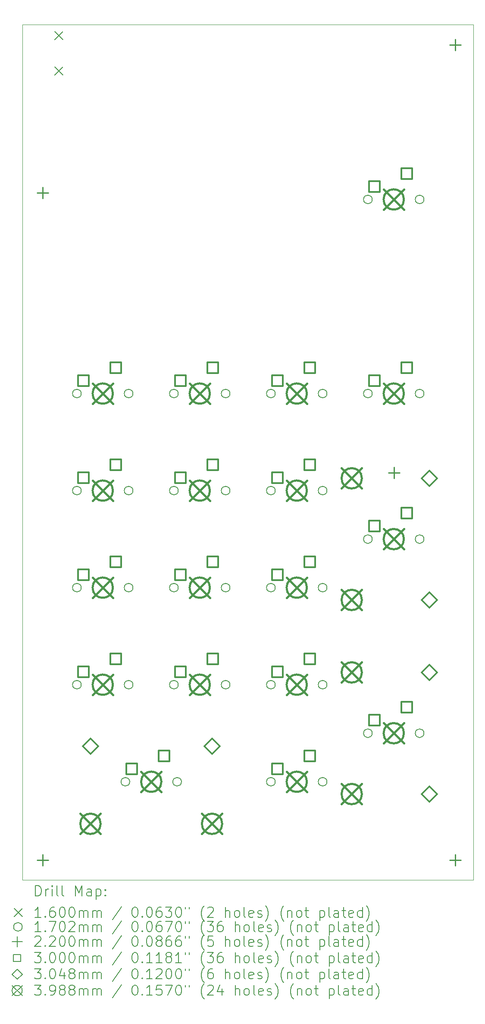
<source format=gbr>
%TF.GenerationSoftware,KiCad,Pcbnew,8.0.3*%
%TF.CreationDate,2024-07-24T13:05:15+02:00*%
%TF.ProjectId,numerical,6e756d65-7269-4636-916c-2e6b69636164,rev?*%
%TF.SameCoordinates,Original*%
%TF.FileFunction,Drillmap*%
%TF.FilePolarity,Positive*%
%FSLAX45Y45*%
G04 Gerber Fmt 4.5, Leading zero omitted, Abs format (unit mm)*
G04 Created by KiCad (PCBNEW 8.0.3) date 2024-07-24 13:05:15*
%MOMM*%
%LPD*%
G01*
G04 APERTURE LIST*
%ADD10C,0.050000*%
%ADD11C,0.200000*%
%ADD12C,0.160000*%
%ADD13C,0.170180*%
%ADD14C,0.220000*%
%ADD15C,0.300000*%
%ADD16C,0.304800*%
%ADD17C,0.398780*%
G04 APERTURE END LIST*
D10*
X7101500Y-3558500D02*
X15961500Y-3558500D01*
X15961500Y-20348500D01*
X7101500Y-20348500D01*
X7101500Y-3558500D01*
D11*
D12*
X7741500Y-3693500D02*
X7901500Y-3853500D01*
X7901500Y-3693500D02*
X7741500Y-3853500D01*
X7741500Y-4393500D02*
X7901500Y-4553500D01*
X7901500Y-4393500D02*
X7741500Y-4553500D01*
D13*
X8257090Y-10802500D02*
G75*
G02*
X8086910Y-10802500I-85090J0D01*
G01*
X8086910Y-10802500D02*
G75*
G02*
X8257090Y-10802500I85090J0D01*
G01*
X8257090Y-12707500D02*
G75*
G02*
X8086910Y-12707500I-85090J0D01*
G01*
X8086910Y-12707500D02*
G75*
G02*
X8257090Y-12707500I85090J0D01*
G01*
X8257090Y-14612500D02*
G75*
G02*
X8086910Y-14612500I-85090J0D01*
G01*
X8086910Y-14612500D02*
G75*
G02*
X8257090Y-14612500I85090J0D01*
G01*
X8257090Y-16517500D02*
G75*
G02*
X8086910Y-16517500I-85090J0D01*
G01*
X8086910Y-16517500D02*
G75*
G02*
X8257090Y-16517500I85090J0D01*
G01*
X9209590Y-18422500D02*
G75*
G02*
X9039410Y-18422500I-85090J0D01*
G01*
X9039410Y-18422500D02*
G75*
G02*
X9209590Y-18422500I85090J0D01*
G01*
X9273090Y-10802500D02*
G75*
G02*
X9102910Y-10802500I-85090J0D01*
G01*
X9102910Y-10802500D02*
G75*
G02*
X9273090Y-10802500I85090J0D01*
G01*
X9273090Y-12707500D02*
G75*
G02*
X9102910Y-12707500I-85090J0D01*
G01*
X9102910Y-12707500D02*
G75*
G02*
X9273090Y-12707500I85090J0D01*
G01*
X9273090Y-14612500D02*
G75*
G02*
X9102910Y-14612500I-85090J0D01*
G01*
X9102910Y-14612500D02*
G75*
G02*
X9273090Y-14612500I85090J0D01*
G01*
X9273090Y-16517500D02*
G75*
G02*
X9102910Y-16517500I-85090J0D01*
G01*
X9102910Y-16517500D02*
G75*
G02*
X9273090Y-16517500I85090J0D01*
G01*
X10162090Y-10802500D02*
G75*
G02*
X9991910Y-10802500I-85090J0D01*
G01*
X9991910Y-10802500D02*
G75*
G02*
X10162090Y-10802500I85090J0D01*
G01*
X10162090Y-12707500D02*
G75*
G02*
X9991910Y-12707500I-85090J0D01*
G01*
X9991910Y-12707500D02*
G75*
G02*
X10162090Y-12707500I85090J0D01*
G01*
X10162090Y-14612500D02*
G75*
G02*
X9991910Y-14612500I-85090J0D01*
G01*
X9991910Y-14612500D02*
G75*
G02*
X10162090Y-14612500I85090J0D01*
G01*
X10162090Y-16517500D02*
G75*
G02*
X9991910Y-16517500I-85090J0D01*
G01*
X9991910Y-16517500D02*
G75*
G02*
X10162090Y-16517500I85090J0D01*
G01*
X10225590Y-18422500D02*
G75*
G02*
X10055410Y-18422500I-85090J0D01*
G01*
X10055410Y-18422500D02*
G75*
G02*
X10225590Y-18422500I85090J0D01*
G01*
X11178090Y-10802500D02*
G75*
G02*
X11007910Y-10802500I-85090J0D01*
G01*
X11007910Y-10802500D02*
G75*
G02*
X11178090Y-10802500I85090J0D01*
G01*
X11178090Y-12707500D02*
G75*
G02*
X11007910Y-12707500I-85090J0D01*
G01*
X11007910Y-12707500D02*
G75*
G02*
X11178090Y-12707500I85090J0D01*
G01*
X11178090Y-14612500D02*
G75*
G02*
X11007910Y-14612500I-85090J0D01*
G01*
X11007910Y-14612500D02*
G75*
G02*
X11178090Y-14612500I85090J0D01*
G01*
X11178090Y-16517500D02*
G75*
G02*
X11007910Y-16517500I-85090J0D01*
G01*
X11007910Y-16517500D02*
G75*
G02*
X11178090Y-16517500I85090J0D01*
G01*
X12067090Y-10802500D02*
G75*
G02*
X11896910Y-10802500I-85090J0D01*
G01*
X11896910Y-10802500D02*
G75*
G02*
X12067090Y-10802500I85090J0D01*
G01*
X12067090Y-12707500D02*
G75*
G02*
X11896910Y-12707500I-85090J0D01*
G01*
X11896910Y-12707500D02*
G75*
G02*
X12067090Y-12707500I85090J0D01*
G01*
X12067090Y-14612500D02*
G75*
G02*
X11896910Y-14612500I-85090J0D01*
G01*
X11896910Y-14612500D02*
G75*
G02*
X12067090Y-14612500I85090J0D01*
G01*
X12067090Y-16517500D02*
G75*
G02*
X11896910Y-16517500I-85090J0D01*
G01*
X11896910Y-16517500D02*
G75*
G02*
X12067090Y-16517500I85090J0D01*
G01*
X12067090Y-18422500D02*
G75*
G02*
X11896910Y-18422500I-85090J0D01*
G01*
X11896910Y-18422500D02*
G75*
G02*
X12067090Y-18422500I85090J0D01*
G01*
X13083090Y-10802500D02*
G75*
G02*
X12912910Y-10802500I-85090J0D01*
G01*
X12912910Y-10802500D02*
G75*
G02*
X13083090Y-10802500I85090J0D01*
G01*
X13083090Y-12707500D02*
G75*
G02*
X12912910Y-12707500I-85090J0D01*
G01*
X12912910Y-12707500D02*
G75*
G02*
X13083090Y-12707500I85090J0D01*
G01*
X13083090Y-14612500D02*
G75*
G02*
X12912910Y-14612500I-85090J0D01*
G01*
X12912910Y-14612500D02*
G75*
G02*
X13083090Y-14612500I85090J0D01*
G01*
X13083090Y-16517500D02*
G75*
G02*
X12912910Y-16517500I-85090J0D01*
G01*
X12912910Y-16517500D02*
G75*
G02*
X13083090Y-16517500I85090J0D01*
G01*
X13083090Y-18422500D02*
G75*
G02*
X12912910Y-18422500I-85090J0D01*
G01*
X12912910Y-18422500D02*
G75*
G02*
X13083090Y-18422500I85090J0D01*
G01*
X13972090Y-6992500D02*
G75*
G02*
X13801910Y-6992500I-85090J0D01*
G01*
X13801910Y-6992500D02*
G75*
G02*
X13972090Y-6992500I85090J0D01*
G01*
X13972090Y-10802500D02*
G75*
G02*
X13801910Y-10802500I-85090J0D01*
G01*
X13801910Y-10802500D02*
G75*
G02*
X13972090Y-10802500I85090J0D01*
G01*
X13972090Y-13660000D02*
G75*
G02*
X13801910Y-13660000I-85090J0D01*
G01*
X13801910Y-13660000D02*
G75*
G02*
X13972090Y-13660000I85090J0D01*
G01*
X13972090Y-17470000D02*
G75*
G02*
X13801910Y-17470000I-85090J0D01*
G01*
X13801910Y-17470000D02*
G75*
G02*
X13972090Y-17470000I85090J0D01*
G01*
X14988090Y-6992500D02*
G75*
G02*
X14817910Y-6992500I-85090J0D01*
G01*
X14817910Y-6992500D02*
G75*
G02*
X14988090Y-6992500I85090J0D01*
G01*
X14988090Y-10802500D02*
G75*
G02*
X14817910Y-10802500I-85090J0D01*
G01*
X14817910Y-10802500D02*
G75*
G02*
X14988090Y-10802500I85090J0D01*
G01*
X14988090Y-13660000D02*
G75*
G02*
X14817910Y-13660000I-85090J0D01*
G01*
X14817910Y-13660000D02*
G75*
G02*
X14988090Y-13660000I85090J0D01*
G01*
X14988090Y-17470000D02*
G75*
G02*
X14817910Y-17470000I-85090J0D01*
G01*
X14817910Y-17470000D02*
G75*
G02*
X14988090Y-17470000I85090J0D01*
G01*
D14*
X7501500Y-6748500D02*
X7501500Y-6968500D01*
X7391500Y-6858500D02*
X7611500Y-6858500D01*
X7501500Y-19848500D02*
X7501500Y-20068500D01*
X7391500Y-19958500D02*
X7611500Y-19958500D01*
X14401500Y-12248500D02*
X14401500Y-12468500D01*
X14291500Y-12358500D02*
X14511500Y-12358500D01*
X15601500Y-3848500D02*
X15601500Y-4068500D01*
X15491500Y-3958500D02*
X15711500Y-3958500D01*
X15601500Y-19848500D02*
X15601500Y-20068500D01*
X15491500Y-19958500D02*
X15711500Y-19958500D01*
D15*
X8405067Y-10654567D02*
X8405067Y-10442433D01*
X8192933Y-10442433D01*
X8192933Y-10654567D01*
X8405067Y-10654567D01*
X8405067Y-12559567D02*
X8405067Y-12347433D01*
X8192933Y-12347433D01*
X8192933Y-12559567D01*
X8405067Y-12559567D01*
X8405067Y-14464567D02*
X8405067Y-14252433D01*
X8192933Y-14252433D01*
X8192933Y-14464567D01*
X8405067Y-14464567D01*
X8405067Y-16369567D02*
X8405067Y-16157433D01*
X8192933Y-16157433D01*
X8192933Y-16369567D01*
X8405067Y-16369567D01*
X9040067Y-10400567D02*
X9040067Y-10188433D01*
X8827933Y-10188433D01*
X8827933Y-10400567D01*
X9040067Y-10400567D01*
X9040067Y-12305567D02*
X9040067Y-12093433D01*
X8827933Y-12093433D01*
X8827933Y-12305567D01*
X9040067Y-12305567D01*
X9040067Y-14210567D02*
X9040067Y-13998433D01*
X8827933Y-13998433D01*
X8827933Y-14210567D01*
X9040067Y-14210567D01*
X9040067Y-16115567D02*
X9040067Y-15903433D01*
X8827933Y-15903433D01*
X8827933Y-16115567D01*
X9040067Y-16115567D01*
X9357567Y-18274567D02*
X9357567Y-18062433D01*
X9145433Y-18062433D01*
X9145433Y-18274567D01*
X9357567Y-18274567D01*
X9992567Y-18020567D02*
X9992567Y-17808433D01*
X9780433Y-17808433D01*
X9780433Y-18020567D01*
X9992567Y-18020567D01*
X10310067Y-10654567D02*
X10310067Y-10442433D01*
X10097933Y-10442433D01*
X10097933Y-10654567D01*
X10310067Y-10654567D01*
X10310067Y-12559567D02*
X10310067Y-12347433D01*
X10097933Y-12347433D01*
X10097933Y-12559567D01*
X10310067Y-12559567D01*
X10310067Y-14464567D02*
X10310067Y-14252433D01*
X10097933Y-14252433D01*
X10097933Y-14464567D01*
X10310067Y-14464567D01*
X10310067Y-16369567D02*
X10310067Y-16157433D01*
X10097933Y-16157433D01*
X10097933Y-16369567D01*
X10310067Y-16369567D01*
X10945067Y-10400567D02*
X10945067Y-10188433D01*
X10732933Y-10188433D01*
X10732933Y-10400567D01*
X10945067Y-10400567D01*
X10945067Y-12305567D02*
X10945067Y-12093433D01*
X10732933Y-12093433D01*
X10732933Y-12305567D01*
X10945067Y-12305567D01*
X10945067Y-14210567D02*
X10945067Y-13998433D01*
X10732933Y-13998433D01*
X10732933Y-14210567D01*
X10945067Y-14210567D01*
X10945067Y-16115567D02*
X10945067Y-15903433D01*
X10732933Y-15903433D01*
X10732933Y-16115567D01*
X10945067Y-16115567D01*
X12215067Y-10654567D02*
X12215067Y-10442433D01*
X12002933Y-10442433D01*
X12002933Y-10654567D01*
X12215067Y-10654567D01*
X12215067Y-12559567D02*
X12215067Y-12347433D01*
X12002933Y-12347433D01*
X12002933Y-12559567D01*
X12215067Y-12559567D01*
X12215067Y-14464567D02*
X12215067Y-14252433D01*
X12002933Y-14252433D01*
X12002933Y-14464567D01*
X12215067Y-14464567D01*
X12215067Y-16369567D02*
X12215067Y-16157433D01*
X12002933Y-16157433D01*
X12002933Y-16369567D01*
X12215067Y-16369567D01*
X12215067Y-18274567D02*
X12215067Y-18062433D01*
X12002933Y-18062433D01*
X12002933Y-18274567D01*
X12215067Y-18274567D01*
X12850067Y-10400567D02*
X12850067Y-10188433D01*
X12637933Y-10188433D01*
X12637933Y-10400567D01*
X12850067Y-10400567D01*
X12850067Y-12305567D02*
X12850067Y-12093433D01*
X12637933Y-12093433D01*
X12637933Y-12305567D01*
X12850067Y-12305567D01*
X12850067Y-14210567D02*
X12850067Y-13998433D01*
X12637933Y-13998433D01*
X12637933Y-14210567D01*
X12850067Y-14210567D01*
X12850067Y-16115567D02*
X12850067Y-15903433D01*
X12637933Y-15903433D01*
X12637933Y-16115567D01*
X12850067Y-16115567D01*
X12850067Y-18020567D02*
X12850067Y-17808433D01*
X12637933Y-17808433D01*
X12637933Y-18020567D01*
X12850067Y-18020567D01*
X14120067Y-6844567D02*
X14120067Y-6632433D01*
X13907933Y-6632433D01*
X13907933Y-6844567D01*
X14120067Y-6844567D01*
X14120067Y-10654567D02*
X14120067Y-10442433D01*
X13907933Y-10442433D01*
X13907933Y-10654567D01*
X14120067Y-10654567D01*
X14120067Y-13512067D02*
X14120067Y-13299933D01*
X13907933Y-13299933D01*
X13907933Y-13512067D01*
X14120067Y-13512067D01*
X14120067Y-17322067D02*
X14120067Y-17109933D01*
X13907933Y-17109933D01*
X13907933Y-17322067D01*
X14120067Y-17322067D01*
X14755067Y-6590567D02*
X14755067Y-6378433D01*
X14542933Y-6378433D01*
X14542933Y-6590567D01*
X14755067Y-6590567D01*
X14755067Y-10400567D02*
X14755067Y-10188433D01*
X14542933Y-10188433D01*
X14542933Y-10400567D01*
X14755067Y-10400567D01*
X14755067Y-13258067D02*
X14755067Y-13045933D01*
X14542933Y-13045933D01*
X14542933Y-13258067D01*
X14755067Y-13258067D01*
X14755067Y-17068067D02*
X14755067Y-16855933D01*
X14542933Y-16855933D01*
X14542933Y-17068067D01*
X14755067Y-17068067D01*
D16*
X8438700Y-17876400D02*
X8591100Y-17724000D01*
X8438700Y-17571600D01*
X8286300Y-17724000D01*
X8438700Y-17876400D01*
X10826300Y-17876400D02*
X10978700Y-17724000D01*
X10826300Y-17571600D01*
X10673900Y-17724000D01*
X10826300Y-17876400D01*
X15093500Y-12618600D02*
X15245900Y-12466200D01*
X15093500Y-12313800D01*
X14941100Y-12466200D01*
X15093500Y-12618600D01*
X15093500Y-15006200D02*
X15245900Y-14853800D01*
X15093500Y-14701400D01*
X14941100Y-14853800D01*
X15093500Y-15006200D01*
X15093500Y-16428600D02*
X15245900Y-16276200D01*
X15093500Y-16123800D01*
X14941100Y-16276200D01*
X15093500Y-16428600D01*
X15093500Y-18816200D02*
X15245900Y-18663800D01*
X15093500Y-18511400D01*
X14941100Y-18663800D01*
X15093500Y-18816200D01*
D17*
X8239310Y-19048610D02*
X8638090Y-19447390D01*
X8638090Y-19048610D02*
X8239310Y-19447390D01*
X8638090Y-19248000D02*
G75*
G02*
X8239310Y-19248000I-199390J0D01*
G01*
X8239310Y-19248000D02*
G75*
G02*
X8638090Y-19248000I199390J0D01*
G01*
X8480610Y-10603110D02*
X8879390Y-11001890D01*
X8879390Y-10603110D02*
X8480610Y-11001890D01*
X8879390Y-10802500D02*
G75*
G02*
X8480610Y-10802500I-199390J0D01*
G01*
X8480610Y-10802500D02*
G75*
G02*
X8879390Y-10802500I199390J0D01*
G01*
X8480610Y-12508110D02*
X8879390Y-12906890D01*
X8879390Y-12508110D02*
X8480610Y-12906890D01*
X8879390Y-12707500D02*
G75*
G02*
X8480610Y-12707500I-199390J0D01*
G01*
X8480610Y-12707500D02*
G75*
G02*
X8879390Y-12707500I199390J0D01*
G01*
X8480610Y-14413110D02*
X8879390Y-14811890D01*
X8879390Y-14413110D02*
X8480610Y-14811890D01*
X8879390Y-14612500D02*
G75*
G02*
X8480610Y-14612500I-199390J0D01*
G01*
X8480610Y-14612500D02*
G75*
G02*
X8879390Y-14612500I199390J0D01*
G01*
X8480610Y-16318110D02*
X8879390Y-16716890D01*
X8879390Y-16318110D02*
X8480610Y-16716890D01*
X8879390Y-16517500D02*
G75*
G02*
X8480610Y-16517500I-199390J0D01*
G01*
X8480610Y-16517500D02*
G75*
G02*
X8879390Y-16517500I199390J0D01*
G01*
X9433110Y-18223110D02*
X9831890Y-18621890D01*
X9831890Y-18223110D02*
X9433110Y-18621890D01*
X9831890Y-18422500D02*
G75*
G02*
X9433110Y-18422500I-199390J0D01*
G01*
X9433110Y-18422500D02*
G75*
G02*
X9831890Y-18422500I199390J0D01*
G01*
X10385610Y-10603110D02*
X10784390Y-11001890D01*
X10784390Y-10603110D02*
X10385610Y-11001890D01*
X10784390Y-10802500D02*
G75*
G02*
X10385610Y-10802500I-199390J0D01*
G01*
X10385610Y-10802500D02*
G75*
G02*
X10784390Y-10802500I199390J0D01*
G01*
X10385610Y-12508110D02*
X10784390Y-12906890D01*
X10784390Y-12508110D02*
X10385610Y-12906890D01*
X10784390Y-12707500D02*
G75*
G02*
X10385610Y-12707500I-199390J0D01*
G01*
X10385610Y-12707500D02*
G75*
G02*
X10784390Y-12707500I199390J0D01*
G01*
X10385610Y-14413110D02*
X10784390Y-14811890D01*
X10784390Y-14413110D02*
X10385610Y-14811890D01*
X10784390Y-14612500D02*
G75*
G02*
X10385610Y-14612500I-199390J0D01*
G01*
X10385610Y-14612500D02*
G75*
G02*
X10784390Y-14612500I199390J0D01*
G01*
X10385610Y-16318110D02*
X10784390Y-16716890D01*
X10784390Y-16318110D02*
X10385610Y-16716890D01*
X10784390Y-16517500D02*
G75*
G02*
X10385610Y-16517500I-199390J0D01*
G01*
X10385610Y-16517500D02*
G75*
G02*
X10784390Y-16517500I199390J0D01*
G01*
X10626910Y-19048610D02*
X11025690Y-19447390D01*
X11025690Y-19048610D02*
X10626910Y-19447390D01*
X11025690Y-19248000D02*
G75*
G02*
X10626910Y-19248000I-199390J0D01*
G01*
X10626910Y-19248000D02*
G75*
G02*
X11025690Y-19248000I199390J0D01*
G01*
X12290610Y-10603110D02*
X12689390Y-11001890D01*
X12689390Y-10603110D02*
X12290610Y-11001890D01*
X12689390Y-10802500D02*
G75*
G02*
X12290610Y-10802500I-199390J0D01*
G01*
X12290610Y-10802500D02*
G75*
G02*
X12689390Y-10802500I199390J0D01*
G01*
X12290610Y-12508110D02*
X12689390Y-12906890D01*
X12689390Y-12508110D02*
X12290610Y-12906890D01*
X12689390Y-12707500D02*
G75*
G02*
X12290610Y-12707500I-199390J0D01*
G01*
X12290610Y-12707500D02*
G75*
G02*
X12689390Y-12707500I199390J0D01*
G01*
X12290610Y-14413110D02*
X12689390Y-14811890D01*
X12689390Y-14413110D02*
X12290610Y-14811890D01*
X12689390Y-14612500D02*
G75*
G02*
X12290610Y-14612500I-199390J0D01*
G01*
X12290610Y-14612500D02*
G75*
G02*
X12689390Y-14612500I199390J0D01*
G01*
X12290610Y-16318110D02*
X12689390Y-16716890D01*
X12689390Y-16318110D02*
X12290610Y-16716890D01*
X12689390Y-16517500D02*
G75*
G02*
X12290610Y-16517500I-199390J0D01*
G01*
X12290610Y-16517500D02*
G75*
G02*
X12689390Y-16517500I199390J0D01*
G01*
X12290610Y-18223110D02*
X12689390Y-18621890D01*
X12689390Y-18223110D02*
X12290610Y-18621890D01*
X12689390Y-18422500D02*
G75*
G02*
X12290610Y-18422500I-199390J0D01*
G01*
X12290610Y-18422500D02*
G75*
G02*
X12689390Y-18422500I199390J0D01*
G01*
X13370110Y-12266810D02*
X13768890Y-12665590D01*
X13768890Y-12266810D02*
X13370110Y-12665590D01*
X13768890Y-12466200D02*
G75*
G02*
X13370110Y-12466200I-199390J0D01*
G01*
X13370110Y-12466200D02*
G75*
G02*
X13768890Y-12466200I199390J0D01*
G01*
X13370110Y-14654410D02*
X13768890Y-15053190D01*
X13768890Y-14654410D02*
X13370110Y-15053190D01*
X13768890Y-14853800D02*
G75*
G02*
X13370110Y-14853800I-199390J0D01*
G01*
X13370110Y-14853800D02*
G75*
G02*
X13768890Y-14853800I199390J0D01*
G01*
X13370110Y-16076810D02*
X13768890Y-16475590D01*
X13768890Y-16076810D02*
X13370110Y-16475590D01*
X13768890Y-16276200D02*
G75*
G02*
X13370110Y-16276200I-199390J0D01*
G01*
X13370110Y-16276200D02*
G75*
G02*
X13768890Y-16276200I199390J0D01*
G01*
X13370110Y-18464410D02*
X13768890Y-18863190D01*
X13768890Y-18464410D02*
X13370110Y-18863190D01*
X13768890Y-18663800D02*
G75*
G02*
X13370110Y-18663800I-199390J0D01*
G01*
X13370110Y-18663800D02*
G75*
G02*
X13768890Y-18663800I199390J0D01*
G01*
X14195610Y-6793110D02*
X14594390Y-7191890D01*
X14594390Y-6793110D02*
X14195610Y-7191890D01*
X14594390Y-6992500D02*
G75*
G02*
X14195610Y-6992500I-199390J0D01*
G01*
X14195610Y-6992500D02*
G75*
G02*
X14594390Y-6992500I199390J0D01*
G01*
X14195610Y-10603110D02*
X14594390Y-11001890D01*
X14594390Y-10603110D02*
X14195610Y-11001890D01*
X14594390Y-10802500D02*
G75*
G02*
X14195610Y-10802500I-199390J0D01*
G01*
X14195610Y-10802500D02*
G75*
G02*
X14594390Y-10802500I199390J0D01*
G01*
X14195610Y-13460610D02*
X14594390Y-13859390D01*
X14594390Y-13460610D02*
X14195610Y-13859390D01*
X14594390Y-13660000D02*
G75*
G02*
X14195610Y-13660000I-199390J0D01*
G01*
X14195610Y-13660000D02*
G75*
G02*
X14594390Y-13660000I199390J0D01*
G01*
X14195610Y-17270610D02*
X14594390Y-17669390D01*
X14594390Y-17270610D02*
X14195610Y-17669390D01*
X14594390Y-17470000D02*
G75*
G02*
X14195610Y-17470000I-199390J0D01*
G01*
X14195610Y-17470000D02*
G75*
G02*
X14594390Y-17470000I199390J0D01*
G01*
D11*
X7359777Y-20662484D02*
X7359777Y-20462484D01*
X7359777Y-20462484D02*
X7407396Y-20462484D01*
X7407396Y-20462484D02*
X7435967Y-20472008D01*
X7435967Y-20472008D02*
X7455015Y-20491055D01*
X7455015Y-20491055D02*
X7464539Y-20510103D01*
X7464539Y-20510103D02*
X7474062Y-20548198D01*
X7474062Y-20548198D02*
X7474062Y-20576770D01*
X7474062Y-20576770D02*
X7464539Y-20614865D01*
X7464539Y-20614865D02*
X7455015Y-20633912D01*
X7455015Y-20633912D02*
X7435967Y-20652960D01*
X7435967Y-20652960D02*
X7407396Y-20662484D01*
X7407396Y-20662484D02*
X7359777Y-20662484D01*
X7559777Y-20662484D02*
X7559777Y-20529150D01*
X7559777Y-20567246D02*
X7569301Y-20548198D01*
X7569301Y-20548198D02*
X7578824Y-20538674D01*
X7578824Y-20538674D02*
X7597872Y-20529150D01*
X7597872Y-20529150D02*
X7616920Y-20529150D01*
X7683586Y-20662484D02*
X7683586Y-20529150D01*
X7683586Y-20462484D02*
X7674062Y-20472008D01*
X7674062Y-20472008D02*
X7683586Y-20481531D01*
X7683586Y-20481531D02*
X7693110Y-20472008D01*
X7693110Y-20472008D02*
X7683586Y-20462484D01*
X7683586Y-20462484D02*
X7683586Y-20481531D01*
X7807396Y-20662484D02*
X7788348Y-20652960D01*
X7788348Y-20652960D02*
X7778824Y-20633912D01*
X7778824Y-20633912D02*
X7778824Y-20462484D01*
X7912158Y-20662484D02*
X7893110Y-20652960D01*
X7893110Y-20652960D02*
X7883586Y-20633912D01*
X7883586Y-20633912D02*
X7883586Y-20462484D01*
X8140729Y-20662484D02*
X8140729Y-20462484D01*
X8140729Y-20462484D02*
X8207396Y-20605341D01*
X8207396Y-20605341D02*
X8274062Y-20462484D01*
X8274062Y-20462484D02*
X8274062Y-20662484D01*
X8455015Y-20662484D02*
X8455015Y-20557722D01*
X8455015Y-20557722D02*
X8445491Y-20538674D01*
X8445491Y-20538674D02*
X8426444Y-20529150D01*
X8426444Y-20529150D02*
X8388348Y-20529150D01*
X8388348Y-20529150D02*
X8369301Y-20538674D01*
X8455015Y-20652960D02*
X8435967Y-20662484D01*
X8435967Y-20662484D02*
X8388348Y-20662484D01*
X8388348Y-20662484D02*
X8369301Y-20652960D01*
X8369301Y-20652960D02*
X8359777Y-20633912D01*
X8359777Y-20633912D02*
X8359777Y-20614865D01*
X8359777Y-20614865D02*
X8369301Y-20595817D01*
X8369301Y-20595817D02*
X8388348Y-20586293D01*
X8388348Y-20586293D02*
X8435967Y-20586293D01*
X8435967Y-20586293D02*
X8455015Y-20576770D01*
X8550253Y-20529150D02*
X8550253Y-20729150D01*
X8550253Y-20538674D02*
X8569301Y-20529150D01*
X8569301Y-20529150D02*
X8607396Y-20529150D01*
X8607396Y-20529150D02*
X8626444Y-20538674D01*
X8626444Y-20538674D02*
X8635967Y-20548198D01*
X8635967Y-20548198D02*
X8645491Y-20567246D01*
X8645491Y-20567246D02*
X8645491Y-20624389D01*
X8645491Y-20624389D02*
X8635967Y-20643436D01*
X8635967Y-20643436D02*
X8626444Y-20652960D01*
X8626444Y-20652960D02*
X8607396Y-20662484D01*
X8607396Y-20662484D02*
X8569301Y-20662484D01*
X8569301Y-20662484D02*
X8550253Y-20652960D01*
X8731205Y-20643436D02*
X8740729Y-20652960D01*
X8740729Y-20652960D02*
X8731205Y-20662484D01*
X8731205Y-20662484D02*
X8721682Y-20652960D01*
X8721682Y-20652960D02*
X8731205Y-20643436D01*
X8731205Y-20643436D02*
X8731205Y-20662484D01*
X8731205Y-20538674D02*
X8740729Y-20548198D01*
X8740729Y-20548198D02*
X8731205Y-20557722D01*
X8731205Y-20557722D02*
X8721682Y-20548198D01*
X8721682Y-20548198D02*
X8731205Y-20538674D01*
X8731205Y-20538674D02*
X8731205Y-20557722D01*
D12*
X6939000Y-20911000D02*
X7099000Y-21071000D01*
X7099000Y-20911000D02*
X6939000Y-21071000D01*
D11*
X7464539Y-21082484D02*
X7350253Y-21082484D01*
X7407396Y-21082484D02*
X7407396Y-20882484D01*
X7407396Y-20882484D02*
X7388348Y-20911055D01*
X7388348Y-20911055D02*
X7369301Y-20930103D01*
X7369301Y-20930103D02*
X7350253Y-20939627D01*
X7550253Y-21063436D02*
X7559777Y-21072960D01*
X7559777Y-21072960D02*
X7550253Y-21082484D01*
X7550253Y-21082484D02*
X7540729Y-21072960D01*
X7540729Y-21072960D02*
X7550253Y-21063436D01*
X7550253Y-21063436D02*
X7550253Y-21082484D01*
X7731205Y-20882484D02*
X7693110Y-20882484D01*
X7693110Y-20882484D02*
X7674062Y-20892008D01*
X7674062Y-20892008D02*
X7664539Y-20901531D01*
X7664539Y-20901531D02*
X7645491Y-20930103D01*
X7645491Y-20930103D02*
X7635967Y-20968198D01*
X7635967Y-20968198D02*
X7635967Y-21044389D01*
X7635967Y-21044389D02*
X7645491Y-21063436D01*
X7645491Y-21063436D02*
X7655015Y-21072960D01*
X7655015Y-21072960D02*
X7674062Y-21082484D01*
X7674062Y-21082484D02*
X7712158Y-21082484D01*
X7712158Y-21082484D02*
X7731205Y-21072960D01*
X7731205Y-21072960D02*
X7740729Y-21063436D01*
X7740729Y-21063436D02*
X7750253Y-21044389D01*
X7750253Y-21044389D02*
X7750253Y-20996770D01*
X7750253Y-20996770D02*
X7740729Y-20977722D01*
X7740729Y-20977722D02*
X7731205Y-20968198D01*
X7731205Y-20968198D02*
X7712158Y-20958674D01*
X7712158Y-20958674D02*
X7674062Y-20958674D01*
X7674062Y-20958674D02*
X7655015Y-20968198D01*
X7655015Y-20968198D02*
X7645491Y-20977722D01*
X7645491Y-20977722D02*
X7635967Y-20996770D01*
X7874062Y-20882484D02*
X7893110Y-20882484D01*
X7893110Y-20882484D02*
X7912158Y-20892008D01*
X7912158Y-20892008D02*
X7921682Y-20901531D01*
X7921682Y-20901531D02*
X7931205Y-20920579D01*
X7931205Y-20920579D02*
X7940729Y-20958674D01*
X7940729Y-20958674D02*
X7940729Y-21006293D01*
X7940729Y-21006293D02*
X7931205Y-21044389D01*
X7931205Y-21044389D02*
X7921682Y-21063436D01*
X7921682Y-21063436D02*
X7912158Y-21072960D01*
X7912158Y-21072960D02*
X7893110Y-21082484D01*
X7893110Y-21082484D02*
X7874062Y-21082484D01*
X7874062Y-21082484D02*
X7855015Y-21072960D01*
X7855015Y-21072960D02*
X7845491Y-21063436D01*
X7845491Y-21063436D02*
X7835967Y-21044389D01*
X7835967Y-21044389D02*
X7826443Y-21006293D01*
X7826443Y-21006293D02*
X7826443Y-20958674D01*
X7826443Y-20958674D02*
X7835967Y-20920579D01*
X7835967Y-20920579D02*
X7845491Y-20901531D01*
X7845491Y-20901531D02*
X7855015Y-20892008D01*
X7855015Y-20892008D02*
X7874062Y-20882484D01*
X8064539Y-20882484D02*
X8083586Y-20882484D01*
X8083586Y-20882484D02*
X8102634Y-20892008D01*
X8102634Y-20892008D02*
X8112158Y-20901531D01*
X8112158Y-20901531D02*
X8121682Y-20920579D01*
X8121682Y-20920579D02*
X8131205Y-20958674D01*
X8131205Y-20958674D02*
X8131205Y-21006293D01*
X8131205Y-21006293D02*
X8121682Y-21044389D01*
X8121682Y-21044389D02*
X8112158Y-21063436D01*
X8112158Y-21063436D02*
X8102634Y-21072960D01*
X8102634Y-21072960D02*
X8083586Y-21082484D01*
X8083586Y-21082484D02*
X8064539Y-21082484D01*
X8064539Y-21082484D02*
X8045491Y-21072960D01*
X8045491Y-21072960D02*
X8035967Y-21063436D01*
X8035967Y-21063436D02*
X8026443Y-21044389D01*
X8026443Y-21044389D02*
X8016920Y-21006293D01*
X8016920Y-21006293D02*
X8016920Y-20958674D01*
X8016920Y-20958674D02*
X8026443Y-20920579D01*
X8026443Y-20920579D02*
X8035967Y-20901531D01*
X8035967Y-20901531D02*
X8045491Y-20892008D01*
X8045491Y-20892008D02*
X8064539Y-20882484D01*
X8216920Y-21082484D02*
X8216920Y-20949150D01*
X8216920Y-20968198D02*
X8226443Y-20958674D01*
X8226443Y-20958674D02*
X8245491Y-20949150D01*
X8245491Y-20949150D02*
X8274063Y-20949150D01*
X8274063Y-20949150D02*
X8293110Y-20958674D01*
X8293110Y-20958674D02*
X8302634Y-20977722D01*
X8302634Y-20977722D02*
X8302634Y-21082484D01*
X8302634Y-20977722D02*
X8312158Y-20958674D01*
X8312158Y-20958674D02*
X8331205Y-20949150D01*
X8331205Y-20949150D02*
X8359777Y-20949150D01*
X8359777Y-20949150D02*
X8378824Y-20958674D01*
X8378824Y-20958674D02*
X8388348Y-20977722D01*
X8388348Y-20977722D02*
X8388348Y-21082484D01*
X8483586Y-21082484D02*
X8483586Y-20949150D01*
X8483586Y-20968198D02*
X8493110Y-20958674D01*
X8493110Y-20958674D02*
X8512158Y-20949150D01*
X8512158Y-20949150D02*
X8540729Y-20949150D01*
X8540729Y-20949150D02*
X8559777Y-20958674D01*
X8559777Y-20958674D02*
X8569301Y-20977722D01*
X8569301Y-20977722D02*
X8569301Y-21082484D01*
X8569301Y-20977722D02*
X8578825Y-20958674D01*
X8578825Y-20958674D02*
X8597872Y-20949150D01*
X8597872Y-20949150D02*
X8626444Y-20949150D01*
X8626444Y-20949150D02*
X8645491Y-20958674D01*
X8645491Y-20958674D02*
X8655015Y-20977722D01*
X8655015Y-20977722D02*
X8655015Y-21082484D01*
X9045491Y-20872960D02*
X8874063Y-21130103D01*
X9302634Y-20882484D02*
X9321682Y-20882484D01*
X9321682Y-20882484D02*
X9340729Y-20892008D01*
X9340729Y-20892008D02*
X9350253Y-20901531D01*
X9350253Y-20901531D02*
X9359777Y-20920579D01*
X9359777Y-20920579D02*
X9369301Y-20958674D01*
X9369301Y-20958674D02*
X9369301Y-21006293D01*
X9369301Y-21006293D02*
X9359777Y-21044389D01*
X9359777Y-21044389D02*
X9350253Y-21063436D01*
X9350253Y-21063436D02*
X9340729Y-21072960D01*
X9340729Y-21072960D02*
X9321682Y-21082484D01*
X9321682Y-21082484D02*
X9302634Y-21082484D01*
X9302634Y-21082484D02*
X9283587Y-21072960D01*
X9283587Y-21072960D02*
X9274063Y-21063436D01*
X9274063Y-21063436D02*
X9264539Y-21044389D01*
X9264539Y-21044389D02*
X9255015Y-21006293D01*
X9255015Y-21006293D02*
X9255015Y-20958674D01*
X9255015Y-20958674D02*
X9264539Y-20920579D01*
X9264539Y-20920579D02*
X9274063Y-20901531D01*
X9274063Y-20901531D02*
X9283587Y-20892008D01*
X9283587Y-20892008D02*
X9302634Y-20882484D01*
X9455015Y-21063436D02*
X9464539Y-21072960D01*
X9464539Y-21072960D02*
X9455015Y-21082484D01*
X9455015Y-21082484D02*
X9445491Y-21072960D01*
X9445491Y-21072960D02*
X9455015Y-21063436D01*
X9455015Y-21063436D02*
X9455015Y-21082484D01*
X9588348Y-20882484D02*
X9607396Y-20882484D01*
X9607396Y-20882484D02*
X9626444Y-20892008D01*
X9626444Y-20892008D02*
X9635968Y-20901531D01*
X9635968Y-20901531D02*
X9645491Y-20920579D01*
X9645491Y-20920579D02*
X9655015Y-20958674D01*
X9655015Y-20958674D02*
X9655015Y-21006293D01*
X9655015Y-21006293D02*
X9645491Y-21044389D01*
X9645491Y-21044389D02*
X9635968Y-21063436D01*
X9635968Y-21063436D02*
X9626444Y-21072960D01*
X9626444Y-21072960D02*
X9607396Y-21082484D01*
X9607396Y-21082484D02*
X9588348Y-21082484D01*
X9588348Y-21082484D02*
X9569301Y-21072960D01*
X9569301Y-21072960D02*
X9559777Y-21063436D01*
X9559777Y-21063436D02*
X9550253Y-21044389D01*
X9550253Y-21044389D02*
X9540729Y-21006293D01*
X9540729Y-21006293D02*
X9540729Y-20958674D01*
X9540729Y-20958674D02*
X9550253Y-20920579D01*
X9550253Y-20920579D02*
X9559777Y-20901531D01*
X9559777Y-20901531D02*
X9569301Y-20892008D01*
X9569301Y-20892008D02*
X9588348Y-20882484D01*
X9826444Y-20882484D02*
X9788348Y-20882484D01*
X9788348Y-20882484D02*
X9769301Y-20892008D01*
X9769301Y-20892008D02*
X9759777Y-20901531D01*
X9759777Y-20901531D02*
X9740729Y-20930103D01*
X9740729Y-20930103D02*
X9731206Y-20968198D01*
X9731206Y-20968198D02*
X9731206Y-21044389D01*
X9731206Y-21044389D02*
X9740729Y-21063436D01*
X9740729Y-21063436D02*
X9750253Y-21072960D01*
X9750253Y-21072960D02*
X9769301Y-21082484D01*
X9769301Y-21082484D02*
X9807396Y-21082484D01*
X9807396Y-21082484D02*
X9826444Y-21072960D01*
X9826444Y-21072960D02*
X9835968Y-21063436D01*
X9835968Y-21063436D02*
X9845491Y-21044389D01*
X9845491Y-21044389D02*
X9845491Y-20996770D01*
X9845491Y-20996770D02*
X9835968Y-20977722D01*
X9835968Y-20977722D02*
X9826444Y-20968198D01*
X9826444Y-20968198D02*
X9807396Y-20958674D01*
X9807396Y-20958674D02*
X9769301Y-20958674D01*
X9769301Y-20958674D02*
X9750253Y-20968198D01*
X9750253Y-20968198D02*
X9740729Y-20977722D01*
X9740729Y-20977722D02*
X9731206Y-20996770D01*
X9912158Y-20882484D02*
X10035968Y-20882484D01*
X10035968Y-20882484D02*
X9969301Y-20958674D01*
X9969301Y-20958674D02*
X9997872Y-20958674D01*
X9997872Y-20958674D02*
X10016920Y-20968198D01*
X10016920Y-20968198D02*
X10026444Y-20977722D01*
X10026444Y-20977722D02*
X10035968Y-20996770D01*
X10035968Y-20996770D02*
X10035968Y-21044389D01*
X10035968Y-21044389D02*
X10026444Y-21063436D01*
X10026444Y-21063436D02*
X10016920Y-21072960D01*
X10016920Y-21072960D02*
X9997872Y-21082484D01*
X9997872Y-21082484D02*
X9940729Y-21082484D01*
X9940729Y-21082484D02*
X9921682Y-21072960D01*
X9921682Y-21072960D02*
X9912158Y-21063436D01*
X10159777Y-20882484D02*
X10178825Y-20882484D01*
X10178825Y-20882484D02*
X10197872Y-20892008D01*
X10197872Y-20892008D02*
X10207396Y-20901531D01*
X10207396Y-20901531D02*
X10216920Y-20920579D01*
X10216920Y-20920579D02*
X10226444Y-20958674D01*
X10226444Y-20958674D02*
X10226444Y-21006293D01*
X10226444Y-21006293D02*
X10216920Y-21044389D01*
X10216920Y-21044389D02*
X10207396Y-21063436D01*
X10207396Y-21063436D02*
X10197872Y-21072960D01*
X10197872Y-21072960D02*
X10178825Y-21082484D01*
X10178825Y-21082484D02*
X10159777Y-21082484D01*
X10159777Y-21082484D02*
X10140729Y-21072960D01*
X10140729Y-21072960D02*
X10131206Y-21063436D01*
X10131206Y-21063436D02*
X10121682Y-21044389D01*
X10121682Y-21044389D02*
X10112158Y-21006293D01*
X10112158Y-21006293D02*
X10112158Y-20958674D01*
X10112158Y-20958674D02*
X10121682Y-20920579D01*
X10121682Y-20920579D02*
X10131206Y-20901531D01*
X10131206Y-20901531D02*
X10140729Y-20892008D01*
X10140729Y-20892008D02*
X10159777Y-20882484D01*
X10302634Y-20882484D02*
X10302634Y-20920579D01*
X10378825Y-20882484D02*
X10378825Y-20920579D01*
X10674063Y-21158674D02*
X10664539Y-21149150D01*
X10664539Y-21149150D02*
X10645491Y-21120579D01*
X10645491Y-21120579D02*
X10635968Y-21101531D01*
X10635968Y-21101531D02*
X10626444Y-21072960D01*
X10626444Y-21072960D02*
X10616920Y-21025341D01*
X10616920Y-21025341D02*
X10616920Y-20987246D01*
X10616920Y-20987246D02*
X10626444Y-20939627D01*
X10626444Y-20939627D02*
X10635968Y-20911055D01*
X10635968Y-20911055D02*
X10645491Y-20892008D01*
X10645491Y-20892008D02*
X10664539Y-20863436D01*
X10664539Y-20863436D02*
X10674063Y-20853912D01*
X10740730Y-20901531D02*
X10750253Y-20892008D01*
X10750253Y-20892008D02*
X10769301Y-20882484D01*
X10769301Y-20882484D02*
X10816920Y-20882484D01*
X10816920Y-20882484D02*
X10835968Y-20892008D01*
X10835968Y-20892008D02*
X10845491Y-20901531D01*
X10845491Y-20901531D02*
X10855015Y-20920579D01*
X10855015Y-20920579D02*
X10855015Y-20939627D01*
X10855015Y-20939627D02*
X10845491Y-20968198D01*
X10845491Y-20968198D02*
X10731206Y-21082484D01*
X10731206Y-21082484D02*
X10855015Y-21082484D01*
X11093111Y-21082484D02*
X11093111Y-20882484D01*
X11178825Y-21082484D02*
X11178825Y-20977722D01*
X11178825Y-20977722D02*
X11169301Y-20958674D01*
X11169301Y-20958674D02*
X11150253Y-20949150D01*
X11150253Y-20949150D02*
X11121682Y-20949150D01*
X11121682Y-20949150D02*
X11102634Y-20958674D01*
X11102634Y-20958674D02*
X11093111Y-20968198D01*
X11302634Y-21082484D02*
X11283587Y-21072960D01*
X11283587Y-21072960D02*
X11274063Y-21063436D01*
X11274063Y-21063436D02*
X11264539Y-21044389D01*
X11264539Y-21044389D02*
X11264539Y-20987246D01*
X11264539Y-20987246D02*
X11274063Y-20968198D01*
X11274063Y-20968198D02*
X11283587Y-20958674D01*
X11283587Y-20958674D02*
X11302634Y-20949150D01*
X11302634Y-20949150D02*
X11331206Y-20949150D01*
X11331206Y-20949150D02*
X11350253Y-20958674D01*
X11350253Y-20958674D02*
X11359777Y-20968198D01*
X11359777Y-20968198D02*
X11369301Y-20987246D01*
X11369301Y-20987246D02*
X11369301Y-21044389D01*
X11369301Y-21044389D02*
X11359777Y-21063436D01*
X11359777Y-21063436D02*
X11350253Y-21072960D01*
X11350253Y-21072960D02*
X11331206Y-21082484D01*
X11331206Y-21082484D02*
X11302634Y-21082484D01*
X11483587Y-21082484D02*
X11464539Y-21072960D01*
X11464539Y-21072960D02*
X11455015Y-21053912D01*
X11455015Y-21053912D02*
X11455015Y-20882484D01*
X11635968Y-21072960D02*
X11616920Y-21082484D01*
X11616920Y-21082484D02*
X11578825Y-21082484D01*
X11578825Y-21082484D02*
X11559777Y-21072960D01*
X11559777Y-21072960D02*
X11550253Y-21053912D01*
X11550253Y-21053912D02*
X11550253Y-20977722D01*
X11550253Y-20977722D02*
X11559777Y-20958674D01*
X11559777Y-20958674D02*
X11578825Y-20949150D01*
X11578825Y-20949150D02*
X11616920Y-20949150D01*
X11616920Y-20949150D02*
X11635968Y-20958674D01*
X11635968Y-20958674D02*
X11645491Y-20977722D01*
X11645491Y-20977722D02*
X11645491Y-20996770D01*
X11645491Y-20996770D02*
X11550253Y-21015817D01*
X11721682Y-21072960D02*
X11740730Y-21082484D01*
X11740730Y-21082484D02*
X11778825Y-21082484D01*
X11778825Y-21082484D02*
X11797872Y-21072960D01*
X11797872Y-21072960D02*
X11807396Y-21053912D01*
X11807396Y-21053912D02*
X11807396Y-21044389D01*
X11807396Y-21044389D02*
X11797872Y-21025341D01*
X11797872Y-21025341D02*
X11778825Y-21015817D01*
X11778825Y-21015817D02*
X11750253Y-21015817D01*
X11750253Y-21015817D02*
X11731206Y-21006293D01*
X11731206Y-21006293D02*
X11721682Y-20987246D01*
X11721682Y-20987246D02*
X11721682Y-20977722D01*
X11721682Y-20977722D02*
X11731206Y-20958674D01*
X11731206Y-20958674D02*
X11750253Y-20949150D01*
X11750253Y-20949150D02*
X11778825Y-20949150D01*
X11778825Y-20949150D02*
X11797872Y-20958674D01*
X11874063Y-21158674D02*
X11883587Y-21149150D01*
X11883587Y-21149150D02*
X11902634Y-21120579D01*
X11902634Y-21120579D02*
X11912158Y-21101531D01*
X11912158Y-21101531D02*
X11921682Y-21072960D01*
X11921682Y-21072960D02*
X11931206Y-21025341D01*
X11931206Y-21025341D02*
X11931206Y-20987246D01*
X11931206Y-20987246D02*
X11921682Y-20939627D01*
X11921682Y-20939627D02*
X11912158Y-20911055D01*
X11912158Y-20911055D02*
X11902634Y-20892008D01*
X11902634Y-20892008D02*
X11883587Y-20863436D01*
X11883587Y-20863436D02*
X11874063Y-20853912D01*
X12235968Y-21158674D02*
X12226444Y-21149150D01*
X12226444Y-21149150D02*
X12207396Y-21120579D01*
X12207396Y-21120579D02*
X12197872Y-21101531D01*
X12197872Y-21101531D02*
X12188349Y-21072960D01*
X12188349Y-21072960D02*
X12178825Y-21025341D01*
X12178825Y-21025341D02*
X12178825Y-20987246D01*
X12178825Y-20987246D02*
X12188349Y-20939627D01*
X12188349Y-20939627D02*
X12197872Y-20911055D01*
X12197872Y-20911055D02*
X12207396Y-20892008D01*
X12207396Y-20892008D02*
X12226444Y-20863436D01*
X12226444Y-20863436D02*
X12235968Y-20853912D01*
X12312158Y-20949150D02*
X12312158Y-21082484D01*
X12312158Y-20968198D02*
X12321682Y-20958674D01*
X12321682Y-20958674D02*
X12340730Y-20949150D01*
X12340730Y-20949150D02*
X12369301Y-20949150D01*
X12369301Y-20949150D02*
X12388349Y-20958674D01*
X12388349Y-20958674D02*
X12397872Y-20977722D01*
X12397872Y-20977722D02*
X12397872Y-21082484D01*
X12521682Y-21082484D02*
X12502634Y-21072960D01*
X12502634Y-21072960D02*
X12493111Y-21063436D01*
X12493111Y-21063436D02*
X12483587Y-21044389D01*
X12483587Y-21044389D02*
X12483587Y-20987246D01*
X12483587Y-20987246D02*
X12493111Y-20968198D01*
X12493111Y-20968198D02*
X12502634Y-20958674D01*
X12502634Y-20958674D02*
X12521682Y-20949150D01*
X12521682Y-20949150D02*
X12550253Y-20949150D01*
X12550253Y-20949150D02*
X12569301Y-20958674D01*
X12569301Y-20958674D02*
X12578825Y-20968198D01*
X12578825Y-20968198D02*
X12588349Y-20987246D01*
X12588349Y-20987246D02*
X12588349Y-21044389D01*
X12588349Y-21044389D02*
X12578825Y-21063436D01*
X12578825Y-21063436D02*
X12569301Y-21072960D01*
X12569301Y-21072960D02*
X12550253Y-21082484D01*
X12550253Y-21082484D02*
X12521682Y-21082484D01*
X12645492Y-20949150D02*
X12721682Y-20949150D01*
X12674063Y-20882484D02*
X12674063Y-21053912D01*
X12674063Y-21053912D02*
X12683587Y-21072960D01*
X12683587Y-21072960D02*
X12702634Y-21082484D01*
X12702634Y-21082484D02*
X12721682Y-21082484D01*
X12940730Y-20949150D02*
X12940730Y-21149150D01*
X12940730Y-20958674D02*
X12959777Y-20949150D01*
X12959777Y-20949150D02*
X12997873Y-20949150D01*
X12997873Y-20949150D02*
X13016920Y-20958674D01*
X13016920Y-20958674D02*
X13026444Y-20968198D01*
X13026444Y-20968198D02*
X13035968Y-20987246D01*
X13035968Y-20987246D02*
X13035968Y-21044389D01*
X13035968Y-21044389D02*
X13026444Y-21063436D01*
X13026444Y-21063436D02*
X13016920Y-21072960D01*
X13016920Y-21072960D02*
X12997873Y-21082484D01*
X12997873Y-21082484D02*
X12959777Y-21082484D01*
X12959777Y-21082484D02*
X12940730Y-21072960D01*
X13150253Y-21082484D02*
X13131206Y-21072960D01*
X13131206Y-21072960D02*
X13121682Y-21053912D01*
X13121682Y-21053912D02*
X13121682Y-20882484D01*
X13312158Y-21082484D02*
X13312158Y-20977722D01*
X13312158Y-20977722D02*
X13302634Y-20958674D01*
X13302634Y-20958674D02*
X13283587Y-20949150D01*
X13283587Y-20949150D02*
X13245492Y-20949150D01*
X13245492Y-20949150D02*
X13226444Y-20958674D01*
X13312158Y-21072960D02*
X13293111Y-21082484D01*
X13293111Y-21082484D02*
X13245492Y-21082484D01*
X13245492Y-21082484D02*
X13226444Y-21072960D01*
X13226444Y-21072960D02*
X13216920Y-21053912D01*
X13216920Y-21053912D02*
X13216920Y-21034865D01*
X13216920Y-21034865D02*
X13226444Y-21015817D01*
X13226444Y-21015817D02*
X13245492Y-21006293D01*
X13245492Y-21006293D02*
X13293111Y-21006293D01*
X13293111Y-21006293D02*
X13312158Y-20996770D01*
X13378825Y-20949150D02*
X13455015Y-20949150D01*
X13407396Y-20882484D02*
X13407396Y-21053912D01*
X13407396Y-21053912D02*
X13416920Y-21072960D01*
X13416920Y-21072960D02*
X13435968Y-21082484D01*
X13435968Y-21082484D02*
X13455015Y-21082484D01*
X13597873Y-21072960D02*
X13578825Y-21082484D01*
X13578825Y-21082484D02*
X13540730Y-21082484D01*
X13540730Y-21082484D02*
X13521682Y-21072960D01*
X13521682Y-21072960D02*
X13512158Y-21053912D01*
X13512158Y-21053912D02*
X13512158Y-20977722D01*
X13512158Y-20977722D02*
X13521682Y-20958674D01*
X13521682Y-20958674D02*
X13540730Y-20949150D01*
X13540730Y-20949150D02*
X13578825Y-20949150D01*
X13578825Y-20949150D02*
X13597873Y-20958674D01*
X13597873Y-20958674D02*
X13607396Y-20977722D01*
X13607396Y-20977722D02*
X13607396Y-20996770D01*
X13607396Y-20996770D02*
X13512158Y-21015817D01*
X13778825Y-21082484D02*
X13778825Y-20882484D01*
X13778825Y-21072960D02*
X13759777Y-21082484D01*
X13759777Y-21082484D02*
X13721682Y-21082484D01*
X13721682Y-21082484D02*
X13702634Y-21072960D01*
X13702634Y-21072960D02*
X13693111Y-21063436D01*
X13693111Y-21063436D02*
X13683587Y-21044389D01*
X13683587Y-21044389D02*
X13683587Y-20987246D01*
X13683587Y-20987246D02*
X13693111Y-20968198D01*
X13693111Y-20968198D02*
X13702634Y-20958674D01*
X13702634Y-20958674D02*
X13721682Y-20949150D01*
X13721682Y-20949150D02*
X13759777Y-20949150D01*
X13759777Y-20949150D02*
X13778825Y-20958674D01*
X13855015Y-21158674D02*
X13864539Y-21149150D01*
X13864539Y-21149150D02*
X13883587Y-21120579D01*
X13883587Y-21120579D02*
X13893111Y-21101531D01*
X13893111Y-21101531D02*
X13902634Y-21072960D01*
X13902634Y-21072960D02*
X13912158Y-21025341D01*
X13912158Y-21025341D02*
X13912158Y-20987246D01*
X13912158Y-20987246D02*
X13902634Y-20939627D01*
X13902634Y-20939627D02*
X13893111Y-20911055D01*
X13893111Y-20911055D02*
X13883587Y-20892008D01*
X13883587Y-20892008D02*
X13864539Y-20863436D01*
X13864539Y-20863436D02*
X13855015Y-20853912D01*
D13*
X7099000Y-21271000D02*
G75*
G02*
X6928820Y-21271000I-85090J0D01*
G01*
X6928820Y-21271000D02*
G75*
G02*
X7099000Y-21271000I85090J0D01*
G01*
D11*
X7464539Y-21362484D02*
X7350253Y-21362484D01*
X7407396Y-21362484D02*
X7407396Y-21162484D01*
X7407396Y-21162484D02*
X7388348Y-21191055D01*
X7388348Y-21191055D02*
X7369301Y-21210103D01*
X7369301Y-21210103D02*
X7350253Y-21219627D01*
X7550253Y-21343436D02*
X7559777Y-21352960D01*
X7559777Y-21352960D02*
X7550253Y-21362484D01*
X7550253Y-21362484D02*
X7540729Y-21352960D01*
X7540729Y-21352960D02*
X7550253Y-21343436D01*
X7550253Y-21343436D02*
X7550253Y-21362484D01*
X7626443Y-21162484D02*
X7759777Y-21162484D01*
X7759777Y-21162484D02*
X7674062Y-21362484D01*
X7874062Y-21162484D02*
X7893110Y-21162484D01*
X7893110Y-21162484D02*
X7912158Y-21172008D01*
X7912158Y-21172008D02*
X7921682Y-21181531D01*
X7921682Y-21181531D02*
X7931205Y-21200579D01*
X7931205Y-21200579D02*
X7940729Y-21238674D01*
X7940729Y-21238674D02*
X7940729Y-21286293D01*
X7940729Y-21286293D02*
X7931205Y-21324389D01*
X7931205Y-21324389D02*
X7921682Y-21343436D01*
X7921682Y-21343436D02*
X7912158Y-21352960D01*
X7912158Y-21352960D02*
X7893110Y-21362484D01*
X7893110Y-21362484D02*
X7874062Y-21362484D01*
X7874062Y-21362484D02*
X7855015Y-21352960D01*
X7855015Y-21352960D02*
X7845491Y-21343436D01*
X7845491Y-21343436D02*
X7835967Y-21324389D01*
X7835967Y-21324389D02*
X7826443Y-21286293D01*
X7826443Y-21286293D02*
X7826443Y-21238674D01*
X7826443Y-21238674D02*
X7835967Y-21200579D01*
X7835967Y-21200579D02*
X7845491Y-21181531D01*
X7845491Y-21181531D02*
X7855015Y-21172008D01*
X7855015Y-21172008D02*
X7874062Y-21162484D01*
X8016920Y-21181531D02*
X8026443Y-21172008D01*
X8026443Y-21172008D02*
X8045491Y-21162484D01*
X8045491Y-21162484D02*
X8093110Y-21162484D01*
X8093110Y-21162484D02*
X8112158Y-21172008D01*
X8112158Y-21172008D02*
X8121682Y-21181531D01*
X8121682Y-21181531D02*
X8131205Y-21200579D01*
X8131205Y-21200579D02*
X8131205Y-21219627D01*
X8131205Y-21219627D02*
X8121682Y-21248198D01*
X8121682Y-21248198D02*
X8007396Y-21362484D01*
X8007396Y-21362484D02*
X8131205Y-21362484D01*
X8216920Y-21362484D02*
X8216920Y-21229150D01*
X8216920Y-21248198D02*
X8226443Y-21238674D01*
X8226443Y-21238674D02*
X8245491Y-21229150D01*
X8245491Y-21229150D02*
X8274063Y-21229150D01*
X8274063Y-21229150D02*
X8293110Y-21238674D01*
X8293110Y-21238674D02*
X8302634Y-21257722D01*
X8302634Y-21257722D02*
X8302634Y-21362484D01*
X8302634Y-21257722D02*
X8312158Y-21238674D01*
X8312158Y-21238674D02*
X8331205Y-21229150D01*
X8331205Y-21229150D02*
X8359777Y-21229150D01*
X8359777Y-21229150D02*
X8378824Y-21238674D01*
X8378824Y-21238674D02*
X8388348Y-21257722D01*
X8388348Y-21257722D02*
X8388348Y-21362484D01*
X8483586Y-21362484D02*
X8483586Y-21229150D01*
X8483586Y-21248198D02*
X8493110Y-21238674D01*
X8493110Y-21238674D02*
X8512158Y-21229150D01*
X8512158Y-21229150D02*
X8540729Y-21229150D01*
X8540729Y-21229150D02*
X8559777Y-21238674D01*
X8559777Y-21238674D02*
X8569301Y-21257722D01*
X8569301Y-21257722D02*
X8569301Y-21362484D01*
X8569301Y-21257722D02*
X8578825Y-21238674D01*
X8578825Y-21238674D02*
X8597872Y-21229150D01*
X8597872Y-21229150D02*
X8626444Y-21229150D01*
X8626444Y-21229150D02*
X8645491Y-21238674D01*
X8645491Y-21238674D02*
X8655015Y-21257722D01*
X8655015Y-21257722D02*
X8655015Y-21362484D01*
X9045491Y-21152960D02*
X8874063Y-21410103D01*
X9302634Y-21162484D02*
X9321682Y-21162484D01*
X9321682Y-21162484D02*
X9340729Y-21172008D01*
X9340729Y-21172008D02*
X9350253Y-21181531D01*
X9350253Y-21181531D02*
X9359777Y-21200579D01*
X9359777Y-21200579D02*
X9369301Y-21238674D01*
X9369301Y-21238674D02*
X9369301Y-21286293D01*
X9369301Y-21286293D02*
X9359777Y-21324389D01*
X9359777Y-21324389D02*
X9350253Y-21343436D01*
X9350253Y-21343436D02*
X9340729Y-21352960D01*
X9340729Y-21352960D02*
X9321682Y-21362484D01*
X9321682Y-21362484D02*
X9302634Y-21362484D01*
X9302634Y-21362484D02*
X9283587Y-21352960D01*
X9283587Y-21352960D02*
X9274063Y-21343436D01*
X9274063Y-21343436D02*
X9264539Y-21324389D01*
X9264539Y-21324389D02*
X9255015Y-21286293D01*
X9255015Y-21286293D02*
X9255015Y-21238674D01*
X9255015Y-21238674D02*
X9264539Y-21200579D01*
X9264539Y-21200579D02*
X9274063Y-21181531D01*
X9274063Y-21181531D02*
X9283587Y-21172008D01*
X9283587Y-21172008D02*
X9302634Y-21162484D01*
X9455015Y-21343436D02*
X9464539Y-21352960D01*
X9464539Y-21352960D02*
X9455015Y-21362484D01*
X9455015Y-21362484D02*
X9445491Y-21352960D01*
X9445491Y-21352960D02*
X9455015Y-21343436D01*
X9455015Y-21343436D02*
X9455015Y-21362484D01*
X9588348Y-21162484D02*
X9607396Y-21162484D01*
X9607396Y-21162484D02*
X9626444Y-21172008D01*
X9626444Y-21172008D02*
X9635968Y-21181531D01*
X9635968Y-21181531D02*
X9645491Y-21200579D01*
X9645491Y-21200579D02*
X9655015Y-21238674D01*
X9655015Y-21238674D02*
X9655015Y-21286293D01*
X9655015Y-21286293D02*
X9645491Y-21324389D01*
X9645491Y-21324389D02*
X9635968Y-21343436D01*
X9635968Y-21343436D02*
X9626444Y-21352960D01*
X9626444Y-21352960D02*
X9607396Y-21362484D01*
X9607396Y-21362484D02*
X9588348Y-21362484D01*
X9588348Y-21362484D02*
X9569301Y-21352960D01*
X9569301Y-21352960D02*
X9559777Y-21343436D01*
X9559777Y-21343436D02*
X9550253Y-21324389D01*
X9550253Y-21324389D02*
X9540729Y-21286293D01*
X9540729Y-21286293D02*
X9540729Y-21238674D01*
X9540729Y-21238674D02*
X9550253Y-21200579D01*
X9550253Y-21200579D02*
X9559777Y-21181531D01*
X9559777Y-21181531D02*
X9569301Y-21172008D01*
X9569301Y-21172008D02*
X9588348Y-21162484D01*
X9826444Y-21162484D02*
X9788348Y-21162484D01*
X9788348Y-21162484D02*
X9769301Y-21172008D01*
X9769301Y-21172008D02*
X9759777Y-21181531D01*
X9759777Y-21181531D02*
X9740729Y-21210103D01*
X9740729Y-21210103D02*
X9731206Y-21248198D01*
X9731206Y-21248198D02*
X9731206Y-21324389D01*
X9731206Y-21324389D02*
X9740729Y-21343436D01*
X9740729Y-21343436D02*
X9750253Y-21352960D01*
X9750253Y-21352960D02*
X9769301Y-21362484D01*
X9769301Y-21362484D02*
X9807396Y-21362484D01*
X9807396Y-21362484D02*
X9826444Y-21352960D01*
X9826444Y-21352960D02*
X9835968Y-21343436D01*
X9835968Y-21343436D02*
X9845491Y-21324389D01*
X9845491Y-21324389D02*
X9845491Y-21276770D01*
X9845491Y-21276770D02*
X9835968Y-21257722D01*
X9835968Y-21257722D02*
X9826444Y-21248198D01*
X9826444Y-21248198D02*
X9807396Y-21238674D01*
X9807396Y-21238674D02*
X9769301Y-21238674D01*
X9769301Y-21238674D02*
X9750253Y-21248198D01*
X9750253Y-21248198D02*
X9740729Y-21257722D01*
X9740729Y-21257722D02*
X9731206Y-21276770D01*
X9912158Y-21162484D02*
X10045491Y-21162484D01*
X10045491Y-21162484D02*
X9959777Y-21362484D01*
X10159777Y-21162484D02*
X10178825Y-21162484D01*
X10178825Y-21162484D02*
X10197872Y-21172008D01*
X10197872Y-21172008D02*
X10207396Y-21181531D01*
X10207396Y-21181531D02*
X10216920Y-21200579D01*
X10216920Y-21200579D02*
X10226444Y-21238674D01*
X10226444Y-21238674D02*
X10226444Y-21286293D01*
X10226444Y-21286293D02*
X10216920Y-21324389D01*
X10216920Y-21324389D02*
X10207396Y-21343436D01*
X10207396Y-21343436D02*
X10197872Y-21352960D01*
X10197872Y-21352960D02*
X10178825Y-21362484D01*
X10178825Y-21362484D02*
X10159777Y-21362484D01*
X10159777Y-21362484D02*
X10140729Y-21352960D01*
X10140729Y-21352960D02*
X10131206Y-21343436D01*
X10131206Y-21343436D02*
X10121682Y-21324389D01*
X10121682Y-21324389D02*
X10112158Y-21286293D01*
X10112158Y-21286293D02*
X10112158Y-21238674D01*
X10112158Y-21238674D02*
X10121682Y-21200579D01*
X10121682Y-21200579D02*
X10131206Y-21181531D01*
X10131206Y-21181531D02*
X10140729Y-21172008D01*
X10140729Y-21172008D02*
X10159777Y-21162484D01*
X10302634Y-21162484D02*
X10302634Y-21200579D01*
X10378825Y-21162484D02*
X10378825Y-21200579D01*
X10674063Y-21438674D02*
X10664539Y-21429150D01*
X10664539Y-21429150D02*
X10645491Y-21400579D01*
X10645491Y-21400579D02*
X10635968Y-21381531D01*
X10635968Y-21381531D02*
X10626444Y-21352960D01*
X10626444Y-21352960D02*
X10616920Y-21305341D01*
X10616920Y-21305341D02*
X10616920Y-21267246D01*
X10616920Y-21267246D02*
X10626444Y-21219627D01*
X10626444Y-21219627D02*
X10635968Y-21191055D01*
X10635968Y-21191055D02*
X10645491Y-21172008D01*
X10645491Y-21172008D02*
X10664539Y-21143436D01*
X10664539Y-21143436D02*
X10674063Y-21133912D01*
X10731206Y-21162484D02*
X10855015Y-21162484D01*
X10855015Y-21162484D02*
X10788349Y-21238674D01*
X10788349Y-21238674D02*
X10816920Y-21238674D01*
X10816920Y-21238674D02*
X10835968Y-21248198D01*
X10835968Y-21248198D02*
X10845491Y-21257722D01*
X10845491Y-21257722D02*
X10855015Y-21276770D01*
X10855015Y-21276770D02*
X10855015Y-21324389D01*
X10855015Y-21324389D02*
X10845491Y-21343436D01*
X10845491Y-21343436D02*
X10835968Y-21352960D01*
X10835968Y-21352960D02*
X10816920Y-21362484D01*
X10816920Y-21362484D02*
X10759777Y-21362484D01*
X10759777Y-21362484D02*
X10740730Y-21352960D01*
X10740730Y-21352960D02*
X10731206Y-21343436D01*
X11026444Y-21162484D02*
X10988349Y-21162484D01*
X10988349Y-21162484D02*
X10969301Y-21172008D01*
X10969301Y-21172008D02*
X10959777Y-21181531D01*
X10959777Y-21181531D02*
X10940730Y-21210103D01*
X10940730Y-21210103D02*
X10931206Y-21248198D01*
X10931206Y-21248198D02*
X10931206Y-21324389D01*
X10931206Y-21324389D02*
X10940730Y-21343436D01*
X10940730Y-21343436D02*
X10950253Y-21352960D01*
X10950253Y-21352960D02*
X10969301Y-21362484D01*
X10969301Y-21362484D02*
X11007396Y-21362484D01*
X11007396Y-21362484D02*
X11026444Y-21352960D01*
X11026444Y-21352960D02*
X11035968Y-21343436D01*
X11035968Y-21343436D02*
X11045491Y-21324389D01*
X11045491Y-21324389D02*
X11045491Y-21276770D01*
X11045491Y-21276770D02*
X11035968Y-21257722D01*
X11035968Y-21257722D02*
X11026444Y-21248198D01*
X11026444Y-21248198D02*
X11007396Y-21238674D01*
X11007396Y-21238674D02*
X10969301Y-21238674D01*
X10969301Y-21238674D02*
X10950253Y-21248198D01*
X10950253Y-21248198D02*
X10940730Y-21257722D01*
X10940730Y-21257722D02*
X10931206Y-21276770D01*
X11283587Y-21362484D02*
X11283587Y-21162484D01*
X11369301Y-21362484D02*
X11369301Y-21257722D01*
X11369301Y-21257722D02*
X11359777Y-21238674D01*
X11359777Y-21238674D02*
X11340730Y-21229150D01*
X11340730Y-21229150D02*
X11312158Y-21229150D01*
X11312158Y-21229150D02*
X11293110Y-21238674D01*
X11293110Y-21238674D02*
X11283587Y-21248198D01*
X11493110Y-21362484D02*
X11474063Y-21352960D01*
X11474063Y-21352960D02*
X11464539Y-21343436D01*
X11464539Y-21343436D02*
X11455015Y-21324389D01*
X11455015Y-21324389D02*
X11455015Y-21267246D01*
X11455015Y-21267246D02*
X11464539Y-21248198D01*
X11464539Y-21248198D02*
X11474063Y-21238674D01*
X11474063Y-21238674D02*
X11493110Y-21229150D01*
X11493110Y-21229150D02*
X11521682Y-21229150D01*
X11521682Y-21229150D02*
X11540730Y-21238674D01*
X11540730Y-21238674D02*
X11550253Y-21248198D01*
X11550253Y-21248198D02*
X11559777Y-21267246D01*
X11559777Y-21267246D02*
X11559777Y-21324389D01*
X11559777Y-21324389D02*
X11550253Y-21343436D01*
X11550253Y-21343436D02*
X11540730Y-21352960D01*
X11540730Y-21352960D02*
X11521682Y-21362484D01*
X11521682Y-21362484D02*
X11493110Y-21362484D01*
X11674063Y-21362484D02*
X11655015Y-21352960D01*
X11655015Y-21352960D02*
X11645491Y-21333912D01*
X11645491Y-21333912D02*
X11645491Y-21162484D01*
X11826444Y-21352960D02*
X11807396Y-21362484D01*
X11807396Y-21362484D02*
X11769301Y-21362484D01*
X11769301Y-21362484D02*
X11750253Y-21352960D01*
X11750253Y-21352960D02*
X11740730Y-21333912D01*
X11740730Y-21333912D02*
X11740730Y-21257722D01*
X11740730Y-21257722D02*
X11750253Y-21238674D01*
X11750253Y-21238674D02*
X11769301Y-21229150D01*
X11769301Y-21229150D02*
X11807396Y-21229150D01*
X11807396Y-21229150D02*
X11826444Y-21238674D01*
X11826444Y-21238674D02*
X11835968Y-21257722D01*
X11835968Y-21257722D02*
X11835968Y-21276770D01*
X11835968Y-21276770D02*
X11740730Y-21295817D01*
X11912158Y-21352960D02*
X11931206Y-21362484D01*
X11931206Y-21362484D02*
X11969301Y-21362484D01*
X11969301Y-21362484D02*
X11988349Y-21352960D01*
X11988349Y-21352960D02*
X11997872Y-21333912D01*
X11997872Y-21333912D02*
X11997872Y-21324389D01*
X11997872Y-21324389D02*
X11988349Y-21305341D01*
X11988349Y-21305341D02*
X11969301Y-21295817D01*
X11969301Y-21295817D02*
X11940730Y-21295817D01*
X11940730Y-21295817D02*
X11921682Y-21286293D01*
X11921682Y-21286293D02*
X11912158Y-21267246D01*
X11912158Y-21267246D02*
X11912158Y-21257722D01*
X11912158Y-21257722D02*
X11921682Y-21238674D01*
X11921682Y-21238674D02*
X11940730Y-21229150D01*
X11940730Y-21229150D02*
X11969301Y-21229150D01*
X11969301Y-21229150D02*
X11988349Y-21238674D01*
X12064539Y-21438674D02*
X12074063Y-21429150D01*
X12074063Y-21429150D02*
X12093111Y-21400579D01*
X12093111Y-21400579D02*
X12102634Y-21381531D01*
X12102634Y-21381531D02*
X12112158Y-21352960D01*
X12112158Y-21352960D02*
X12121682Y-21305341D01*
X12121682Y-21305341D02*
X12121682Y-21267246D01*
X12121682Y-21267246D02*
X12112158Y-21219627D01*
X12112158Y-21219627D02*
X12102634Y-21191055D01*
X12102634Y-21191055D02*
X12093111Y-21172008D01*
X12093111Y-21172008D02*
X12074063Y-21143436D01*
X12074063Y-21143436D02*
X12064539Y-21133912D01*
X12426444Y-21438674D02*
X12416920Y-21429150D01*
X12416920Y-21429150D02*
X12397872Y-21400579D01*
X12397872Y-21400579D02*
X12388349Y-21381531D01*
X12388349Y-21381531D02*
X12378825Y-21352960D01*
X12378825Y-21352960D02*
X12369301Y-21305341D01*
X12369301Y-21305341D02*
X12369301Y-21267246D01*
X12369301Y-21267246D02*
X12378825Y-21219627D01*
X12378825Y-21219627D02*
X12388349Y-21191055D01*
X12388349Y-21191055D02*
X12397872Y-21172008D01*
X12397872Y-21172008D02*
X12416920Y-21143436D01*
X12416920Y-21143436D02*
X12426444Y-21133912D01*
X12502634Y-21229150D02*
X12502634Y-21362484D01*
X12502634Y-21248198D02*
X12512158Y-21238674D01*
X12512158Y-21238674D02*
X12531206Y-21229150D01*
X12531206Y-21229150D02*
X12559777Y-21229150D01*
X12559777Y-21229150D02*
X12578825Y-21238674D01*
X12578825Y-21238674D02*
X12588349Y-21257722D01*
X12588349Y-21257722D02*
X12588349Y-21362484D01*
X12712158Y-21362484D02*
X12693111Y-21352960D01*
X12693111Y-21352960D02*
X12683587Y-21343436D01*
X12683587Y-21343436D02*
X12674063Y-21324389D01*
X12674063Y-21324389D02*
X12674063Y-21267246D01*
X12674063Y-21267246D02*
X12683587Y-21248198D01*
X12683587Y-21248198D02*
X12693111Y-21238674D01*
X12693111Y-21238674D02*
X12712158Y-21229150D01*
X12712158Y-21229150D02*
X12740730Y-21229150D01*
X12740730Y-21229150D02*
X12759777Y-21238674D01*
X12759777Y-21238674D02*
X12769301Y-21248198D01*
X12769301Y-21248198D02*
X12778825Y-21267246D01*
X12778825Y-21267246D02*
X12778825Y-21324389D01*
X12778825Y-21324389D02*
X12769301Y-21343436D01*
X12769301Y-21343436D02*
X12759777Y-21352960D01*
X12759777Y-21352960D02*
X12740730Y-21362484D01*
X12740730Y-21362484D02*
X12712158Y-21362484D01*
X12835968Y-21229150D02*
X12912158Y-21229150D01*
X12864539Y-21162484D02*
X12864539Y-21333912D01*
X12864539Y-21333912D02*
X12874063Y-21352960D01*
X12874063Y-21352960D02*
X12893111Y-21362484D01*
X12893111Y-21362484D02*
X12912158Y-21362484D01*
X13131206Y-21229150D02*
X13131206Y-21429150D01*
X13131206Y-21238674D02*
X13150253Y-21229150D01*
X13150253Y-21229150D02*
X13188349Y-21229150D01*
X13188349Y-21229150D02*
X13207396Y-21238674D01*
X13207396Y-21238674D02*
X13216920Y-21248198D01*
X13216920Y-21248198D02*
X13226444Y-21267246D01*
X13226444Y-21267246D02*
X13226444Y-21324389D01*
X13226444Y-21324389D02*
X13216920Y-21343436D01*
X13216920Y-21343436D02*
X13207396Y-21352960D01*
X13207396Y-21352960D02*
X13188349Y-21362484D01*
X13188349Y-21362484D02*
X13150253Y-21362484D01*
X13150253Y-21362484D02*
X13131206Y-21352960D01*
X13340730Y-21362484D02*
X13321682Y-21352960D01*
X13321682Y-21352960D02*
X13312158Y-21333912D01*
X13312158Y-21333912D02*
X13312158Y-21162484D01*
X13502634Y-21362484D02*
X13502634Y-21257722D01*
X13502634Y-21257722D02*
X13493111Y-21238674D01*
X13493111Y-21238674D02*
X13474063Y-21229150D01*
X13474063Y-21229150D02*
X13435968Y-21229150D01*
X13435968Y-21229150D02*
X13416920Y-21238674D01*
X13502634Y-21352960D02*
X13483587Y-21362484D01*
X13483587Y-21362484D02*
X13435968Y-21362484D01*
X13435968Y-21362484D02*
X13416920Y-21352960D01*
X13416920Y-21352960D02*
X13407396Y-21333912D01*
X13407396Y-21333912D02*
X13407396Y-21314865D01*
X13407396Y-21314865D02*
X13416920Y-21295817D01*
X13416920Y-21295817D02*
X13435968Y-21286293D01*
X13435968Y-21286293D02*
X13483587Y-21286293D01*
X13483587Y-21286293D02*
X13502634Y-21276770D01*
X13569301Y-21229150D02*
X13645492Y-21229150D01*
X13597873Y-21162484D02*
X13597873Y-21333912D01*
X13597873Y-21333912D02*
X13607396Y-21352960D01*
X13607396Y-21352960D02*
X13626444Y-21362484D01*
X13626444Y-21362484D02*
X13645492Y-21362484D01*
X13788349Y-21352960D02*
X13769301Y-21362484D01*
X13769301Y-21362484D02*
X13731206Y-21362484D01*
X13731206Y-21362484D02*
X13712158Y-21352960D01*
X13712158Y-21352960D02*
X13702634Y-21333912D01*
X13702634Y-21333912D02*
X13702634Y-21257722D01*
X13702634Y-21257722D02*
X13712158Y-21238674D01*
X13712158Y-21238674D02*
X13731206Y-21229150D01*
X13731206Y-21229150D02*
X13769301Y-21229150D01*
X13769301Y-21229150D02*
X13788349Y-21238674D01*
X13788349Y-21238674D02*
X13797873Y-21257722D01*
X13797873Y-21257722D02*
X13797873Y-21276770D01*
X13797873Y-21276770D02*
X13702634Y-21295817D01*
X13969301Y-21362484D02*
X13969301Y-21162484D01*
X13969301Y-21352960D02*
X13950254Y-21362484D01*
X13950254Y-21362484D02*
X13912158Y-21362484D01*
X13912158Y-21362484D02*
X13893111Y-21352960D01*
X13893111Y-21352960D02*
X13883587Y-21343436D01*
X13883587Y-21343436D02*
X13874063Y-21324389D01*
X13874063Y-21324389D02*
X13874063Y-21267246D01*
X13874063Y-21267246D02*
X13883587Y-21248198D01*
X13883587Y-21248198D02*
X13893111Y-21238674D01*
X13893111Y-21238674D02*
X13912158Y-21229150D01*
X13912158Y-21229150D02*
X13950254Y-21229150D01*
X13950254Y-21229150D02*
X13969301Y-21238674D01*
X14045492Y-21438674D02*
X14055015Y-21429150D01*
X14055015Y-21429150D02*
X14074063Y-21400579D01*
X14074063Y-21400579D02*
X14083587Y-21381531D01*
X14083587Y-21381531D02*
X14093111Y-21352960D01*
X14093111Y-21352960D02*
X14102634Y-21305341D01*
X14102634Y-21305341D02*
X14102634Y-21267246D01*
X14102634Y-21267246D02*
X14093111Y-21219627D01*
X14093111Y-21219627D02*
X14083587Y-21191055D01*
X14083587Y-21191055D02*
X14074063Y-21172008D01*
X14074063Y-21172008D02*
X14055015Y-21143436D01*
X14055015Y-21143436D02*
X14045492Y-21133912D01*
X6999000Y-21461180D02*
X6999000Y-21661180D01*
X6899000Y-21561180D02*
X7099000Y-21561180D01*
X7350253Y-21471711D02*
X7359777Y-21462188D01*
X7359777Y-21462188D02*
X7378824Y-21452664D01*
X7378824Y-21452664D02*
X7426443Y-21452664D01*
X7426443Y-21452664D02*
X7445491Y-21462188D01*
X7445491Y-21462188D02*
X7455015Y-21471711D01*
X7455015Y-21471711D02*
X7464539Y-21490759D01*
X7464539Y-21490759D02*
X7464539Y-21509807D01*
X7464539Y-21509807D02*
X7455015Y-21538378D01*
X7455015Y-21538378D02*
X7340729Y-21652664D01*
X7340729Y-21652664D02*
X7464539Y-21652664D01*
X7550253Y-21633616D02*
X7559777Y-21643140D01*
X7559777Y-21643140D02*
X7550253Y-21652664D01*
X7550253Y-21652664D02*
X7540729Y-21643140D01*
X7540729Y-21643140D02*
X7550253Y-21633616D01*
X7550253Y-21633616D02*
X7550253Y-21652664D01*
X7635967Y-21471711D02*
X7645491Y-21462188D01*
X7645491Y-21462188D02*
X7664539Y-21452664D01*
X7664539Y-21452664D02*
X7712158Y-21452664D01*
X7712158Y-21452664D02*
X7731205Y-21462188D01*
X7731205Y-21462188D02*
X7740729Y-21471711D01*
X7740729Y-21471711D02*
X7750253Y-21490759D01*
X7750253Y-21490759D02*
X7750253Y-21509807D01*
X7750253Y-21509807D02*
X7740729Y-21538378D01*
X7740729Y-21538378D02*
X7626443Y-21652664D01*
X7626443Y-21652664D02*
X7750253Y-21652664D01*
X7874062Y-21452664D02*
X7893110Y-21452664D01*
X7893110Y-21452664D02*
X7912158Y-21462188D01*
X7912158Y-21462188D02*
X7921682Y-21471711D01*
X7921682Y-21471711D02*
X7931205Y-21490759D01*
X7931205Y-21490759D02*
X7940729Y-21528854D01*
X7940729Y-21528854D02*
X7940729Y-21576473D01*
X7940729Y-21576473D02*
X7931205Y-21614569D01*
X7931205Y-21614569D02*
X7921682Y-21633616D01*
X7921682Y-21633616D02*
X7912158Y-21643140D01*
X7912158Y-21643140D02*
X7893110Y-21652664D01*
X7893110Y-21652664D02*
X7874062Y-21652664D01*
X7874062Y-21652664D02*
X7855015Y-21643140D01*
X7855015Y-21643140D02*
X7845491Y-21633616D01*
X7845491Y-21633616D02*
X7835967Y-21614569D01*
X7835967Y-21614569D02*
X7826443Y-21576473D01*
X7826443Y-21576473D02*
X7826443Y-21528854D01*
X7826443Y-21528854D02*
X7835967Y-21490759D01*
X7835967Y-21490759D02*
X7845491Y-21471711D01*
X7845491Y-21471711D02*
X7855015Y-21462188D01*
X7855015Y-21462188D02*
X7874062Y-21452664D01*
X8064539Y-21452664D02*
X8083586Y-21452664D01*
X8083586Y-21452664D02*
X8102634Y-21462188D01*
X8102634Y-21462188D02*
X8112158Y-21471711D01*
X8112158Y-21471711D02*
X8121682Y-21490759D01*
X8121682Y-21490759D02*
X8131205Y-21528854D01*
X8131205Y-21528854D02*
X8131205Y-21576473D01*
X8131205Y-21576473D02*
X8121682Y-21614569D01*
X8121682Y-21614569D02*
X8112158Y-21633616D01*
X8112158Y-21633616D02*
X8102634Y-21643140D01*
X8102634Y-21643140D02*
X8083586Y-21652664D01*
X8083586Y-21652664D02*
X8064539Y-21652664D01*
X8064539Y-21652664D02*
X8045491Y-21643140D01*
X8045491Y-21643140D02*
X8035967Y-21633616D01*
X8035967Y-21633616D02*
X8026443Y-21614569D01*
X8026443Y-21614569D02*
X8016920Y-21576473D01*
X8016920Y-21576473D02*
X8016920Y-21528854D01*
X8016920Y-21528854D02*
X8026443Y-21490759D01*
X8026443Y-21490759D02*
X8035967Y-21471711D01*
X8035967Y-21471711D02*
X8045491Y-21462188D01*
X8045491Y-21462188D02*
X8064539Y-21452664D01*
X8216920Y-21652664D02*
X8216920Y-21519330D01*
X8216920Y-21538378D02*
X8226443Y-21528854D01*
X8226443Y-21528854D02*
X8245491Y-21519330D01*
X8245491Y-21519330D02*
X8274063Y-21519330D01*
X8274063Y-21519330D02*
X8293110Y-21528854D01*
X8293110Y-21528854D02*
X8302634Y-21547902D01*
X8302634Y-21547902D02*
X8302634Y-21652664D01*
X8302634Y-21547902D02*
X8312158Y-21528854D01*
X8312158Y-21528854D02*
X8331205Y-21519330D01*
X8331205Y-21519330D02*
X8359777Y-21519330D01*
X8359777Y-21519330D02*
X8378824Y-21528854D01*
X8378824Y-21528854D02*
X8388348Y-21547902D01*
X8388348Y-21547902D02*
X8388348Y-21652664D01*
X8483586Y-21652664D02*
X8483586Y-21519330D01*
X8483586Y-21538378D02*
X8493110Y-21528854D01*
X8493110Y-21528854D02*
X8512158Y-21519330D01*
X8512158Y-21519330D02*
X8540729Y-21519330D01*
X8540729Y-21519330D02*
X8559777Y-21528854D01*
X8559777Y-21528854D02*
X8569301Y-21547902D01*
X8569301Y-21547902D02*
X8569301Y-21652664D01*
X8569301Y-21547902D02*
X8578825Y-21528854D01*
X8578825Y-21528854D02*
X8597872Y-21519330D01*
X8597872Y-21519330D02*
X8626444Y-21519330D01*
X8626444Y-21519330D02*
X8645491Y-21528854D01*
X8645491Y-21528854D02*
X8655015Y-21547902D01*
X8655015Y-21547902D02*
X8655015Y-21652664D01*
X9045491Y-21443140D02*
X8874063Y-21700283D01*
X9302634Y-21452664D02*
X9321682Y-21452664D01*
X9321682Y-21452664D02*
X9340729Y-21462188D01*
X9340729Y-21462188D02*
X9350253Y-21471711D01*
X9350253Y-21471711D02*
X9359777Y-21490759D01*
X9359777Y-21490759D02*
X9369301Y-21528854D01*
X9369301Y-21528854D02*
X9369301Y-21576473D01*
X9369301Y-21576473D02*
X9359777Y-21614569D01*
X9359777Y-21614569D02*
X9350253Y-21633616D01*
X9350253Y-21633616D02*
X9340729Y-21643140D01*
X9340729Y-21643140D02*
X9321682Y-21652664D01*
X9321682Y-21652664D02*
X9302634Y-21652664D01*
X9302634Y-21652664D02*
X9283587Y-21643140D01*
X9283587Y-21643140D02*
X9274063Y-21633616D01*
X9274063Y-21633616D02*
X9264539Y-21614569D01*
X9264539Y-21614569D02*
X9255015Y-21576473D01*
X9255015Y-21576473D02*
X9255015Y-21528854D01*
X9255015Y-21528854D02*
X9264539Y-21490759D01*
X9264539Y-21490759D02*
X9274063Y-21471711D01*
X9274063Y-21471711D02*
X9283587Y-21462188D01*
X9283587Y-21462188D02*
X9302634Y-21452664D01*
X9455015Y-21633616D02*
X9464539Y-21643140D01*
X9464539Y-21643140D02*
X9455015Y-21652664D01*
X9455015Y-21652664D02*
X9445491Y-21643140D01*
X9445491Y-21643140D02*
X9455015Y-21633616D01*
X9455015Y-21633616D02*
X9455015Y-21652664D01*
X9588348Y-21452664D02*
X9607396Y-21452664D01*
X9607396Y-21452664D02*
X9626444Y-21462188D01*
X9626444Y-21462188D02*
X9635968Y-21471711D01*
X9635968Y-21471711D02*
X9645491Y-21490759D01*
X9645491Y-21490759D02*
X9655015Y-21528854D01*
X9655015Y-21528854D02*
X9655015Y-21576473D01*
X9655015Y-21576473D02*
X9645491Y-21614569D01*
X9645491Y-21614569D02*
X9635968Y-21633616D01*
X9635968Y-21633616D02*
X9626444Y-21643140D01*
X9626444Y-21643140D02*
X9607396Y-21652664D01*
X9607396Y-21652664D02*
X9588348Y-21652664D01*
X9588348Y-21652664D02*
X9569301Y-21643140D01*
X9569301Y-21643140D02*
X9559777Y-21633616D01*
X9559777Y-21633616D02*
X9550253Y-21614569D01*
X9550253Y-21614569D02*
X9540729Y-21576473D01*
X9540729Y-21576473D02*
X9540729Y-21528854D01*
X9540729Y-21528854D02*
X9550253Y-21490759D01*
X9550253Y-21490759D02*
X9559777Y-21471711D01*
X9559777Y-21471711D02*
X9569301Y-21462188D01*
X9569301Y-21462188D02*
X9588348Y-21452664D01*
X9769301Y-21538378D02*
X9750253Y-21528854D01*
X9750253Y-21528854D02*
X9740729Y-21519330D01*
X9740729Y-21519330D02*
X9731206Y-21500283D01*
X9731206Y-21500283D02*
X9731206Y-21490759D01*
X9731206Y-21490759D02*
X9740729Y-21471711D01*
X9740729Y-21471711D02*
X9750253Y-21462188D01*
X9750253Y-21462188D02*
X9769301Y-21452664D01*
X9769301Y-21452664D02*
X9807396Y-21452664D01*
X9807396Y-21452664D02*
X9826444Y-21462188D01*
X9826444Y-21462188D02*
X9835968Y-21471711D01*
X9835968Y-21471711D02*
X9845491Y-21490759D01*
X9845491Y-21490759D02*
X9845491Y-21500283D01*
X9845491Y-21500283D02*
X9835968Y-21519330D01*
X9835968Y-21519330D02*
X9826444Y-21528854D01*
X9826444Y-21528854D02*
X9807396Y-21538378D01*
X9807396Y-21538378D02*
X9769301Y-21538378D01*
X9769301Y-21538378D02*
X9750253Y-21547902D01*
X9750253Y-21547902D02*
X9740729Y-21557426D01*
X9740729Y-21557426D02*
X9731206Y-21576473D01*
X9731206Y-21576473D02*
X9731206Y-21614569D01*
X9731206Y-21614569D02*
X9740729Y-21633616D01*
X9740729Y-21633616D02*
X9750253Y-21643140D01*
X9750253Y-21643140D02*
X9769301Y-21652664D01*
X9769301Y-21652664D02*
X9807396Y-21652664D01*
X9807396Y-21652664D02*
X9826444Y-21643140D01*
X9826444Y-21643140D02*
X9835968Y-21633616D01*
X9835968Y-21633616D02*
X9845491Y-21614569D01*
X9845491Y-21614569D02*
X9845491Y-21576473D01*
X9845491Y-21576473D02*
X9835968Y-21557426D01*
X9835968Y-21557426D02*
X9826444Y-21547902D01*
X9826444Y-21547902D02*
X9807396Y-21538378D01*
X10016920Y-21452664D02*
X9978825Y-21452664D01*
X9978825Y-21452664D02*
X9959777Y-21462188D01*
X9959777Y-21462188D02*
X9950253Y-21471711D01*
X9950253Y-21471711D02*
X9931206Y-21500283D01*
X9931206Y-21500283D02*
X9921682Y-21538378D01*
X9921682Y-21538378D02*
X9921682Y-21614569D01*
X9921682Y-21614569D02*
X9931206Y-21633616D01*
X9931206Y-21633616D02*
X9940729Y-21643140D01*
X9940729Y-21643140D02*
X9959777Y-21652664D01*
X9959777Y-21652664D02*
X9997872Y-21652664D01*
X9997872Y-21652664D02*
X10016920Y-21643140D01*
X10016920Y-21643140D02*
X10026444Y-21633616D01*
X10026444Y-21633616D02*
X10035968Y-21614569D01*
X10035968Y-21614569D02*
X10035968Y-21566950D01*
X10035968Y-21566950D02*
X10026444Y-21547902D01*
X10026444Y-21547902D02*
X10016920Y-21538378D01*
X10016920Y-21538378D02*
X9997872Y-21528854D01*
X9997872Y-21528854D02*
X9959777Y-21528854D01*
X9959777Y-21528854D02*
X9940729Y-21538378D01*
X9940729Y-21538378D02*
X9931206Y-21547902D01*
X9931206Y-21547902D02*
X9921682Y-21566950D01*
X10207396Y-21452664D02*
X10169301Y-21452664D01*
X10169301Y-21452664D02*
X10150253Y-21462188D01*
X10150253Y-21462188D02*
X10140729Y-21471711D01*
X10140729Y-21471711D02*
X10121682Y-21500283D01*
X10121682Y-21500283D02*
X10112158Y-21538378D01*
X10112158Y-21538378D02*
X10112158Y-21614569D01*
X10112158Y-21614569D02*
X10121682Y-21633616D01*
X10121682Y-21633616D02*
X10131206Y-21643140D01*
X10131206Y-21643140D02*
X10150253Y-21652664D01*
X10150253Y-21652664D02*
X10188349Y-21652664D01*
X10188349Y-21652664D02*
X10207396Y-21643140D01*
X10207396Y-21643140D02*
X10216920Y-21633616D01*
X10216920Y-21633616D02*
X10226444Y-21614569D01*
X10226444Y-21614569D02*
X10226444Y-21566950D01*
X10226444Y-21566950D02*
X10216920Y-21547902D01*
X10216920Y-21547902D02*
X10207396Y-21538378D01*
X10207396Y-21538378D02*
X10188349Y-21528854D01*
X10188349Y-21528854D02*
X10150253Y-21528854D01*
X10150253Y-21528854D02*
X10131206Y-21538378D01*
X10131206Y-21538378D02*
X10121682Y-21547902D01*
X10121682Y-21547902D02*
X10112158Y-21566950D01*
X10302634Y-21452664D02*
X10302634Y-21490759D01*
X10378825Y-21452664D02*
X10378825Y-21490759D01*
X10674063Y-21728854D02*
X10664539Y-21719330D01*
X10664539Y-21719330D02*
X10645491Y-21690759D01*
X10645491Y-21690759D02*
X10635968Y-21671711D01*
X10635968Y-21671711D02*
X10626444Y-21643140D01*
X10626444Y-21643140D02*
X10616920Y-21595521D01*
X10616920Y-21595521D02*
X10616920Y-21557426D01*
X10616920Y-21557426D02*
X10626444Y-21509807D01*
X10626444Y-21509807D02*
X10635968Y-21481235D01*
X10635968Y-21481235D02*
X10645491Y-21462188D01*
X10645491Y-21462188D02*
X10664539Y-21433616D01*
X10664539Y-21433616D02*
X10674063Y-21424092D01*
X10845491Y-21452664D02*
X10750253Y-21452664D01*
X10750253Y-21452664D02*
X10740730Y-21547902D01*
X10740730Y-21547902D02*
X10750253Y-21538378D01*
X10750253Y-21538378D02*
X10769301Y-21528854D01*
X10769301Y-21528854D02*
X10816920Y-21528854D01*
X10816920Y-21528854D02*
X10835968Y-21538378D01*
X10835968Y-21538378D02*
X10845491Y-21547902D01*
X10845491Y-21547902D02*
X10855015Y-21566950D01*
X10855015Y-21566950D02*
X10855015Y-21614569D01*
X10855015Y-21614569D02*
X10845491Y-21633616D01*
X10845491Y-21633616D02*
X10835968Y-21643140D01*
X10835968Y-21643140D02*
X10816920Y-21652664D01*
X10816920Y-21652664D02*
X10769301Y-21652664D01*
X10769301Y-21652664D02*
X10750253Y-21643140D01*
X10750253Y-21643140D02*
X10740730Y-21633616D01*
X11093111Y-21652664D02*
X11093111Y-21452664D01*
X11178825Y-21652664D02*
X11178825Y-21547902D01*
X11178825Y-21547902D02*
X11169301Y-21528854D01*
X11169301Y-21528854D02*
X11150253Y-21519330D01*
X11150253Y-21519330D02*
X11121682Y-21519330D01*
X11121682Y-21519330D02*
X11102634Y-21528854D01*
X11102634Y-21528854D02*
X11093111Y-21538378D01*
X11302634Y-21652664D02*
X11283587Y-21643140D01*
X11283587Y-21643140D02*
X11274063Y-21633616D01*
X11274063Y-21633616D02*
X11264539Y-21614569D01*
X11264539Y-21614569D02*
X11264539Y-21557426D01*
X11264539Y-21557426D02*
X11274063Y-21538378D01*
X11274063Y-21538378D02*
X11283587Y-21528854D01*
X11283587Y-21528854D02*
X11302634Y-21519330D01*
X11302634Y-21519330D02*
X11331206Y-21519330D01*
X11331206Y-21519330D02*
X11350253Y-21528854D01*
X11350253Y-21528854D02*
X11359777Y-21538378D01*
X11359777Y-21538378D02*
X11369301Y-21557426D01*
X11369301Y-21557426D02*
X11369301Y-21614569D01*
X11369301Y-21614569D02*
X11359777Y-21633616D01*
X11359777Y-21633616D02*
X11350253Y-21643140D01*
X11350253Y-21643140D02*
X11331206Y-21652664D01*
X11331206Y-21652664D02*
X11302634Y-21652664D01*
X11483587Y-21652664D02*
X11464539Y-21643140D01*
X11464539Y-21643140D02*
X11455015Y-21624092D01*
X11455015Y-21624092D02*
X11455015Y-21452664D01*
X11635968Y-21643140D02*
X11616920Y-21652664D01*
X11616920Y-21652664D02*
X11578825Y-21652664D01*
X11578825Y-21652664D02*
X11559777Y-21643140D01*
X11559777Y-21643140D02*
X11550253Y-21624092D01*
X11550253Y-21624092D02*
X11550253Y-21547902D01*
X11550253Y-21547902D02*
X11559777Y-21528854D01*
X11559777Y-21528854D02*
X11578825Y-21519330D01*
X11578825Y-21519330D02*
X11616920Y-21519330D01*
X11616920Y-21519330D02*
X11635968Y-21528854D01*
X11635968Y-21528854D02*
X11645491Y-21547902D01*
X11645491Y-21547902D02*
X11645491Y-21566950D01*
X11645491Y-21566950D02*
X11550253Y-21585997D01*
X11721682Y-21643140D02*
X11740730Y-21652664D01*
X11740730Y-21652664D02*
X11778825Y-21652664D01*
X11778825Y-21652664D02*
X11797872Y-21643140D01*
X11797872Y-21643140D02*
X11807396Y-21624092D01*
X11807396Y-21624092D02*
X11807396Y-21614569D01*
X11807396Y-21614569D02*
X11797872Y-21595521D01*
X11797872Y-21595521D02*
X11778825Y-21585997D01*
X11778825Y-21585997D02*
X11750253Y-21585997D01*
X11750253Y-21585997D02*
X11731206Y-21576473D01*
X11731206Y-21576473D02*
X11721682Y-21557426D01*
X11721682Y-21557426D02*
X11721682Y-21547902D01*
X11721682Y-21547902D02*
X11731206Y-21528854D01*
X11731206Y-21528854D02*
X11750253Y-21519330D01*
X11750253Y-21519330D02*
X11778825Y-21519330D01*
X11778825Y-21519330D02*
X11797872Y-21528854D01*
X11874063Y-21728854D02*
X11883587Y-21719330D01*
X11883587Y-21719330D02*
X11902634Y-21690759D01*
X11902634Y-21690759D02*
X11912158Y-21671711D01*
X11912158Y-21671711D02*
X11921682Y-21643140D01*
X11921682Y-21643140D02*
X11931206Y-21595521D01*
X11931206Y-21595521D02*
X11931206Y-21557426D01*
X11931206Y-21557426D02*
X11921682Y-21509807D01*
X11921682Y-21509807D02*
X11912158Y-21481235D01*
X11912158Y-21481235D02*
X11902634Y-21462188D01*
X11902634Y-21462188D02*
X11883587Y-21433616D01*
X11883587Y-21433616D02*
X11874063Y-21424092D01*
X12235968Y-21728854D02*
X12226444Y-21719330D01*
X12226444Y-21719330D02*
X12207396Y-21690759D01*
X12207396Y-21690759D02*
X12197872Y-21671711D01*
X12197872Y-21671711D02*
X12188349Y-21643140D01*
X12188349Y-21643140D02*
X12178825Y-21595521D01*
X12178825Y-21595521D02*
X12178825Y-21557426D01*
X12178825Y-21557426D02*
X12188349Y-21509807D01*
X12188349Y-21509807D02*
X12197872Y-21481235D01*
X12197872Y-21481235D02*
X12207396Y-21462188D01*
X12207396Y-21462188D02*
X12226444Y-21433616D01*
X12226444Y-21433616D02*
X12235968Y-21424092D01*
X12312158Y-21519330D02*
X12312158Y-21652664D01*
X12312158Y-21538378D02*
X12321682Y-21528854D01*
X12321682Y-21528854D02*
X12340730Y-21519330D01*
X12340730Y-21519330D02*
X12369301Y-21519330D01*
X12369301Y-21519330D02*
X12388349Y-21528854D01*
X12388349Y-21528854D02*
X12397872Y-21547902D01*
X12397872Y-21547902D02*
X12397872Y-21652664D01*
X12521682Y-21652664D02*
X12502634Y-21643140D01*
X12502634Y-21643140D02*
X12493111Y-21633616D01*
X12493111Y-21633616D02*
X12483587Y-21614569D01*
X12483587Y-21614569D02*
X12483587Y-21557426D01*
X12483587Y-21557426D02*
X12493111Y-21538378D01*
X12493111Y-21538378D02*
X12502634Y-21528854D01*
X12502634Y-21528854D02*
X12521682Y-21519330D01*
X12521682Y-21519330D02*
X12550253Y-21519330D01*
X12550253Y-21519330D02*
X12569301Y-21528854D01*
X12569301Y-21528854D02*
X12578825Y-21538378D01*
X12578825Y-21538378D02*
X12588349Y-21557426D01*
X12588349Y-21557426D02*
X12588349Y-21614569D01*
X12588349Y-21614569D02*
X12578825Y-21633616D01*
X12578825Y-21633616D02*
X12569301Y-21643140D01*
X12569301Y-21643140D02*
X12550253Y-21652664D01*
X12550253Y-21652664D02*
X12521682Y-21652664D01*
X12645492Y-21519330D02*
X12721682Y-21519330D01*
X12674063Y-21452664D02*
X12674063Y-21624092D01*
X12674063Y-21624092D02*
X12683587Y-21643140D01*
X12683587Y-21643140D02*
X12702634Y-21652664D01*
X12702634Y-21652664D02*
X12721682Y-21652664D01*
X12940730Y-21519330D02*
X12940730Y-21719330D01*
X12940730Y-21528854D02*
X12959777Y-21519330D01*
X12959777Y-21519330D02*
X12997873Y-21519330D01*
X12997873Y-21519330D02*
X13016920Y-21528854D01*
X13016920Y-21528854D02*
X13026444Y-21538378D01*
X13026444Y-21538378D02*
X13035968Y-21557426D01*
X13035968Y-21557426D02*
X13035968Y-21614569D01*
X13035968Y-21614569D02*
X13026444Y-21633616D01*
X13026444Y-21633616D02*
X13016920Y-21643140D01*
X13016920Y-21643140D02*
X12997873Y-21652664D01*
X12997873Y-21652664D02*
X12959777Y-21652664D01*
X12959777Y-21652664D02*
X12940730Y-21643140D01*
X13150253Y-21652664D02*
X13131206Y-21643140D01*
X13131206Y-21643140D02*
X13121682Y-21624092D01*
X13121682Y-21624092D02*
X13121682Y-21452664D01*
X13312158Y-21652664D02*
X13312158Y-21547902D01*
X13312158Y-21547902D02*
X13302634Y-21528854D01*
X13302634Y-21528854D02*
X13283587Y-21519330D01*
X13283587Y-21519330D02*
X13245492Y-21519330D01*
X13245492Y-21519330D02*
X13226444Y-21528854D01*
X13312158Y-21643140D02*
X13293111Y-21652664D01*
X13293111Y-21652664D02*
X13245492Y-21652664D01*
X13245492Y-21652664D02*
X13226444Y-21643140D01*
X13226444Y-21643140D02*
X13216920Y-21624092D01*
X13216920Y-21624092D02*
X13216920Y-21605045D01*
X13216920Y-21605045D02*
X13226444Y-21585997D01*
X13226444Y-21585997D02*
X13245492Y-21576473D01*
X13245492Y-21576473D02*
X13293111Y-21576473D01*
X13293111Y-21576473D02*
X13312158Y-21566950D01*
X13378825Y-21519330D02*
X13455015Y-21519330D01*
X13407396Y-21452664D02*
X13407396Y-21624092D01*
X13407396Y-21624092D02*
X13416920Y-21643140D01*
X13416920Y-21643140D02*
X13435968Y-21652664D01*
X13435968Y-21652664D02*
X13455015Y-21652664D01*
X13597873Y-21643140D02*
X13578825Y-21652664D01*
X13578825Y-21652664D02*
X13540730Y-21652664D01*
X13540730Y-21652664D02*
X13521682Y-21643140D01*
X13521682Y-21643140D02*
X13512158Y-21624092D01*
X13512158Y-21624092D02*
X13512158Y-21547902D01*
X13512158Y-21547902D02*
X13521682Y-21528854D01*
X13521682Y-21528854D02*
X13540730Y-21519330D01*
X13540730Y-21519330D02*
X13578825Y-21519330D01*
X13578825Y-21519330D02*
X13597873Y-21528854D01*
X13597873Y-21528854D02*
X13607396Y-21547902D01*
X13607396Y-21547902D02*
X13607396Y-21566950D01*
X13607396Y-21566950D02*
X13512158Y-21585997D01*
X13778825Y-21652664D02*
X13778825Y-21452664D01*
X13778825Y-21643140D02*
X13759777Y-21652664D01*
X13759777Y-21652664D02*
X13721682Y-21652664D01*
X13721682Y-21652664D02*
X13702634Y-21643140D01*
X13702634Y-21643140D02*
X13693111Y-21633616D01*
X13693111Y-21633616D02*
X13683587Y-21614569D01*
X13683587Y-21614569D02*
X13683587Y-21557426D01*
X13683587Y-21557426D02*
X13693111Y-21538378D01*
X13693111Y-21538378D02*
X13702634Y-21528854D01*
X13702634Y-21528854D02*
X13721682Y-21519330D01*
X13721682Y-21519330D02*
X13759777Y-21519330D01*
X13759777Y-21519330D02*
X13778825Y-21528854D01*
X13855015Y-21728854D02*
X13864539Y-21719330D01*
X13864539Y-21719330D02*
X13883587Y-21690759D01*
X13883587Y-21690759D02*
X13893111Y-21671711D01*
X13893111Y-21671711D02*
X13902634Y-21643140D01*
X13902634Y-21643140D02*
X13912158Y-21595521D01*
X13912158Y-21595521D02*
X13912158Y-21557426D01*
X13912158Y-21557426D02*
X13902634Y-21509807D01*
X13902634Y-21509807D02*
X13893111Y-21481235D01*
X13893111Y-21481235D02*
X13883587Y-21462188D01*
X13883587Y-21462188D02*
X13864539Y-21433616D01*
X13864539Y-21433616D02*
X13855015Y-21424092D01*
X7069711Y-21951891D02*
X7069711Y-21810469D01*
X6928289Y-21810469D01*
X6928289Y-21951891D01*
X7069711Y-21951891D01*
X7340729Y-21772664D02*
X7464539Y-21772664D01*
X7464539Y-21772664D02*
X7397872Y-21848854D01*
X7397872Y-21848854D02*
X7426443Y-21848854D01*
X7426443Y-21848854D02*
X7445491Y-21858378D01*
X7445491Y-21858378D02*
X7455015Y-21867902D01*
X7455015Y-21867902D02*
X7464539Y-21886950D01*
X7464539Y-21886950D02*
X7464539Y-21934569D01*
X7464539Y-21934569D02*
X7455015Y-21953616D01*
X7455015Y-21953616D02*
X7445491Y-21963140D01*
X7445491Y-21963140D02*
X7426443Y-21972664D01*
X7426443Y-21972664D02*
X7369301Y-21972664D01*
X7369301Y-21972664D02*
X7350253Y-21963140D01*
X7350253Y-21963140D02*
X7340729Y-21953616D01*
X7550253Y-21953616D02*
X7559777Y-21963140D01*
X7559777Y-21963140D02*
X7550253Y-21972664D01*
X7550253Y-21972664D02*
X7540729Y-21963140D01*
X7540729Y-21963140D02*
X7550253Y-21953616D01*
X7550253Y-21953616D02*
X7550253Y-21972664D01*
X7683586Y-21772664D02*
X7702634Y-21772664D01*
X7702634Y-21772664D02*
X7721682Y-21782188D01*
X7721682Y-21782188D02*
X7731205Y-21791711D01*
X7731205Y-21791711D02*
X7740729Y-21810759D01*
X7740729Y-21810759D02*
X7750253Y-21848854D01*
X7750253Y-21848854D02*
X7750253Y-21896473D01*
X7750253Y-21896473D02*
X7740729Y-21934569D01*
X7740729Y-21934569D02*
X7731205Y-21953616D01*
X7731205Y-21953616D02*
X7721682Y-21963140D01*
X7721682Y-21963140D02*
X7702634Y-21972664D01*
X7702634Y-21972664D02*
X7683586Y-21972664D01*
X7683586Y-21972664D02*
X7664539Y-21963140D01*
X7664539Y-21963140D02*
X7655015Y-21953616D01*
X7655015Y-21953616D02*
X7645491Y-21934569D01*
X7645491Y-21934569D02*
X7635967Y-21896473D01*
X7635967Y-21896473D02*
X7635967Y-21848854D01*
X7635967Y-21848854D02*
X7645491Y-21810759D01*
X7645491Y-21810759D02*
X7655015Y-21791711D01*
X7655015Y-21791711D02*
X7664539Y-21782188D01*
X7664539Y-21782188D02*
X7683586Y-21772664D01*
X7874062Y-21772664D02*
X7893110Y-21772664D01*
X7893110Y-21772664D02*
X7912158Y-21782188D01*
X7912158Y-21782188D02*
X7921682Y-21791711D01*
X7921682Y-21791711D02*
X7931205Y-21810759D01*
X7931205Y-21810759D02*
X7940729Y-21848854D01*
X7940729Y-21848854D02*
X7940729Y-21896473D01*
X7940729Y-21896473D02*
X7931205Y-21934569D01*
X7931205Y-21934569D02*
X7921682Y-21953616D01*
X7921682Y-21953616D02*
X7912158Y-21963140D01*
X7912158Y-21963140D02*
X7893110Y-21972664D01*
X7893110Y-21972664D02*
X7874062Y-21972664D01*
X7874062Y-21972664D02*
X7855015Y-21963140D01*
X7855015Y-21963140D02*
X7845491Y-21953616D01*
X7845491Y-21953616D02*
X7835967Y-21934569D01*
X7835967Y-21934569D02*
X7826443Y-21896473D01*
X7826443Y-21896473D02*
X7826443Y-21848854D01*
X7826443Y-21848854D02*
X7835967Y-21810759D01*
X7835967Y-21810759D02*
X7845491Y-21791711D01*
X7845491Y-21791711D02*
X7855015Y-21782188D01*
X7855015Y-21782188D02*
X7874062Y-21772664D01*
X8064539Y-21772664D02*
X8083586Y-21772664D01*
X8083586Y-21772664D02*
X8102634Y-21782188D01*
X8102634Y-21782188D02*
X8112158Y-21791711D01*
X8112158Y-21791711D02*
X8121682Y-21810759D01*
X8121682Y-21810759D02*
X8131205Y-21848854D01*
X8131205Y-21848854D02*
X8131205Y-21896473D01*
X8131205Y-21896473D02*
X8121682Y-21934569D01*
X8121682Y-21934569D02*
X8112158Y-21953616D01*
X8112158Y-21953616D02*
X8102634Y-21963140D01*
X8102634Y-21963140D02*
X8083586Y-21972664D01*
X8083586Y-21972664D02*
X8064539Y-21972664D01*
X8064539Y-21972664D02*
X8045491Y-21963140D01*
X8045491Y-21963140D02*
X8035967Y-21953616D01*
X8035967Y-21953616D02*
X8026443Y-21934569D01*
X8026443Y-21934569D02*
X8016920Y-21896473D01*
X8016920Y-21896473D02*
X8016920Y-21848854D01*
X8016920Y-21848854D02*
X8026443Y-21810759D01*
X8026443Y-21810759D02*
X8035967Y-21791711D01*
X8035967Y-21791711D02*
X8045491Y-21782188D01*
X8045491Y-21782188D02*
X8064539Y-21772664D01*
X8216920Y-21972664D02*
X8216920Y-21839330D01*
X8216920Y-21858378D02*
X8226443Y-21848854D01*
X8226443Y-21848854D02*
X8245491Y-21839330D01*
X8245491Y-21839330D02*
X8274063Y-21839330D01*
X8274063Y-21839330D02*
X8293110Y-21848854D01*
X8293110Y-21848854D02*
X8302634Y-21867902D01*
X8302634Y-21867902D02*
X8302634Y-21972664D01*
X8302634Y-21867902D02*
X8312158Y-21848854D01*
X8312158Y-21848854D02*
X8331205Y-21839330D01*
X8331205Y-21839330D02*
X8359777Y-21839330D01*
X8359777Y-21839330D02*
X8378824Y-21848854D01*
X8378824Y-21848854D02*
X8388348Y-21867902D01*
X8388348Y-21867902D02*
X8388348Y-21972664D01*
X8483586Y-21972664D02*
X8483586Y-21839330D01*
X8483586Y-21858378D02*
X8493110Y-21848854D01*
X8493110Y-21848854D02*
X8512158Y-21839330D01*
X8512158Y-21839330D02*
X8540729Y-21839330D01*
X8540729Y-21839330D02*
X8559777Y-21848854D01*
X8559777Y-21848854D02*
X8569301Y-21867902D01*
X8569301Y-21867902D02*
X8569301Y-21972664D01*
X8569301Y-21867902D02*
X8578825Y-21848854D01*
X8578825Y-21848854D02*
X8597872Y-21839330D01*
X8597872Y-21839330D02*
X8626444Y-21839330D01*
X8626444Y-21839330D02*
X8645491Y-21848854D01*
X8645491Y-21848854D02*
X8655015Y-21867902D01*
X8655015Y-21867902D02*
X8655015Y-21972664D01*
X9045491Y-21763140D02*
X8874063Y-22020283D01*
X9302634Y-21772664D02*
X9321682Y-21772664D01*
X9321682Y-21772664D02*
X9340729Y-21782188D01*
X9340729Y-21782188D02*
X9350253Y-21791711D01*
X9350253Y-21791711D02*
X9359777Y-21810759D01*
X9359777Y-21810759D02*
X9369301Y-21848854D01*
X9369301Y-21848854D02*
X9369301Y-21896473D01*
X9369301Y-21896473D02*
X9359777Y-21934569D01*
X9359777Y-21934569D02*
X9350253Y-21953616D01*
X9350253Y-21953616D02*
X9340729Y-21963140D01*
X9340729Y-21963140D02*
X9321682Y-21972664D01*
X9321682Y-21972664D02*
X9302634Y-21972664D01*
X9302634Y-21972664D02*
X9283587Y-21963140D01*
X9283587Y-21963140D02*
X9274063Y-21953616D01*
X9274063Y-21953616D02*
X9264539Y-21934569D01*
X9264539Y-21934569D02*
X9255015Y-21896473D01*
X9255015Y-21896473D02*
X9255015Y-21848854D01*
X9255015Y-21848854D02*
X9264539Y-21810759D01*
X9264539Y-21810759D02*
X9274063Y-21791711D01*
X9274063Y-21791711D02*
X9283587Y-21782188D01*
X9283587Y-21782188D02*
X9302634Y-21772664D01*
X9455015Y-21953616D02*
X9464539Y-21963140D01*
X9464539Y-21963140D02*
X9455015Y-21972664D01*
X9455015Y-21972664D02*
X9445491Y-21963140D01*
X9445491Y-21963140D02*
X9455015Y-21953616D01*
X9455015Y-21953616D02*
X9455015Y-21972664D01*
X9655015Y-21972664D02*
X9540729Y-21972664D01*
X9597872Y-21972664D02*
X9597872Y-21772664D01*
X9597872Y-21772664D02*
X9578825Y-21801235D01*
X9578825Y-21801235D02*
X9559777Y-21820283D01*
X9559777Y-21820283D02*
X9540729Y-21829807D01*
X9845491Y-21972664D02*
X9731206Y-21972664D01*
X9788348Y-21972664D02*
X9788348Y-21772664D01*
X9788348Y-21772664D02*
X9769301Y-21801235D01*
X9769301Y-21801235D02*
X9750253Y-21820283D01*
X9750253Y-21820283D02*
X9731206Y-21829807D01*
X9959777Y-21858378D02*
X9940729Y-21848854D01*
X9940729Y-21848854D02*
X9931206Y-21839330D01*
X9931206Y-21839330D02*
X9921682Y-21820283D01*
X9921682Y-21820283D02*
X9921682Y-21810759D01*
X9921682Y-21810759D02*
X9931206Y-21791711D01*
X9931206Y-21791711D02*
X9940729Y-21782188D01*
X9940729Y-21782188D02*
X9959777Y-21772664D01*
X9959777Y-21772664D02*
X9997872Y-21772664D01*
X9997872Y-21772664D02*
X10016920Y-21782188D01*
X10016920Y-21782188D02*
X10026444Y-21791711D01*
X10026444Y-21791711D02*
X10035968Y-21810759D01*
X10035968Y-21810759D02*
X10035968Y-21820283D01*
X10035968Y-21820283D02*
X10026444Y-21839330D01*
X10026444Y-21839330D02*
X10016920Y-21848854D01*
X10016920Y-21848854D02*
X9997872Y-21858378D01*
X9997872Y-21858378D02*
X9959777Y-21858378D01*
X9959777Y-21858378D02*
X9940729Y-21867902D01*
X9940729Y-21867902D02*
X9931206Y-21877426D01*
X9931206Y-21877426D02*
X9921682Y-21896473D01*
X9921682Y-21896473D02*
X9921682Y-21934569D01*
X9921682Y-21934569D02*
X9931206Y-21953616D01*
X9931206Y-21953616D02*
X9940729Y-21963140D01*
X9940729Y-21963140D02*
X9959777Y-21972664D01*
X9959777Y-21972664D02*
X9997872Y-21972664D01*
X9997872Y-21972664D02*
X10016920Y-21963140D01*
X10016920Y-21963140D02*
X10026444Y-21953616D01*
X10026444Y-21953616D02*
X10035968Y-21934569D01*
X10035968Y-21934569D02*
X10035968Y-21896473D01*
X10035968Y-21896473D02*
X10026444Y-21877426D01*
X10026444Y-21877426D02*
X10016920Y-21867902D01*
X10016920Y-21867902D02*
X9997872Y-21858378D01*
X10226444Y-21972664D02*
X10112158Y-21972664D01*
X10169301Y-21972664D02*
X10169301Y-21772664D01*
X10169301Y-21772664D02*
X10150253Y-21801235D01*
X10150253Y-21801235D02*
X10131206Y-21820283D01*
X10131206Y-21820283D02*
X10112158Y-21829807D01*
X10302634Y-21772664D02*
X10302634Y-21810759D01*
X10378825Y-21772664D02*
X10378825Y-21810759D01*
X10674063Y-22048854D02*
X10664539Y-22039330D01*
X10664539Y-22039330D02*
X10645491Y-22010759D01*
X10645491Y-22010759D02*
X10635968Y-21991711D01*
X10635968Y-21991711D02*
X10626444Y-21963140D01*
X10626444Y-21963140D02*
X10616920Y-21915521D01*
X10616920Y-21915521D02*
X10616920Y-21877426D01*
X10616920Y-21877426D02*
X10626444Y-21829807D01*
X10626444Y-21829807D02*
X10635968Y-21801235D01*
X10635968Y-21801235D02*
X10645491Y-21782188D01*
X10645491Y-21782188D02*
X10664539Y-21753616D01*
X10664539Y-21753616D02*
X10674063Y-21744092D01*
X10731206Y-21772664D02*
X10855015Y-21772664D01*
X10855015Y-21772664D02*
X10788349Y-21848854D01*
X10788349Y-21848854D02*
X10816920Y-21848854D01*
X10816920Y-21848854D02*
X10835968Y-21858378D01*
X10835968Y-21858378D02*
X10845491Y-21867902D01*
X10845491Y-21867902D02*
X10855015Y-21886950D01*
X10855015Y-21886950D02*
X10855015Y-21934569D01*
X10855015Y-21934569D02*
X10845491Y-21953616D01*
X10845491Y-21953616D02*
X10835968Y-21963140D01*
X10835968Y-21963140D02*
X10816920Y-21972664D01*
X10816920Y-21972664D02*
X10759777Y-21972664D01*
X10759777Y-21972664D02*
X10740730Y-21963140D01*
X10740730Y-21963140D02*
X10731206Y-21953616D01*
X11026444Y-21772664D02*
X10988349Y-21772664D01*
X10988349Y-21772664D02*
X10969301Y-21782188D01*
X10969301Y-21782188D02*
X10959777Y-21791711D01*
X10959777Y-21791711D02*
X10940730Y-21820283D01*
X10940730Y-21820283D02*
X10931206Y-21858378D01*
X10931206Y-21858378D02*
X10931206Y-21934569D01*
X10931206Y-21934569D02*
X10940730Y-21953616D01*
X10940730Y-21953616D02*
X10950253Y-21963140D01*
X10950253Y-21963140D02*
X10969301Y-21972664D01*
X10969301Y-21972664D02*
X11007396Y-21972664D01*
X11007396Y-21972664D02*
X11026444Y-21963140D01*
X11026444Y-21963140D02*
X11035968Y-21953616D01*
X11035968Y-21953616D02*
X11045491Y-21934569D01*
X11045491Y-21934569D02*
X11045491Y-21886950D01*
X11045491Y-21886950D02*
X11035968Y-21867902D01*
X11035968Y-21867902D02*
X11026444Y-21858378D01*
X11026444Y-21858378D02*
X11007396Y-21848854D01*
X11007396Y-21848854D02*
X10969301Y-21848854D01*
X10969301Y-21848854D02*
X10950253Y-21858378D01*
X10950253Y-21858378D02*
X10940730Y-21867902D01*
X10940730Y-21867902D02*
X10931206Y-21886950D01*
X11283587Y-21972664D02*
X11283587Y-21772664D01*
X11369301Y-21972664D02*
X11369301Y-21867902D01*
X11369301Y-21867902D02*
X11359777Y-21848854D01*
X11359777Y-21848854D02*
X11340730Y-21839330D01*
X11340730Y-21839330D02*
X11312158Y-21839330D01*
X11312158Y-21839330D02*
X11293110Y-21848854D01*
X11293110Y-21848854D02*
X11283587Y-21858378D01*
X11493110Y-21972664D02*
X11474063Y-21963140D01*
X11474063Y-21963140D02*
X11464539Y-21953616D01*
X11464539Y-21953616D02*
X11455015Y-21934569D01*
X11455015Y-21934569D02*
X11455015Y-21877426D01*
X11455015Y-21877426D02*
X11464539Y-21858378D01*
X11464539Y-21858378D02*
X11474063Y-21848854D01*
X11474063Y-21848854D02*
X11493110Y-21839330D01*
X11493110Y-21839330D02*
X11521682Y-21839330D01*
X11521682Y-21839330D02*
X11540730Y-21848854D01*
X11540730Y-21848854D02*
X11550253Y-21858378D01*
X11550253Y-21858378D02*
X11559777Y-21877426D01*
X11559777Y-21877426D02*
X11559777Y-21934569D01*
X11559777Y-21934569D02*
X11550253Y-21953616D01*
X11550253Y-21953616D02*
X11540730Y-21963140D01*
X11540730Y-21963140D02*
X11521682Y-21972664D01*
X11521682Y-21972664D02*
X11493110Y-21972664D01*
X11674063Y-21972664D02*
X11655015Y-21963140D01*
X11655015Y-21963140D02*
X11645491Y-21944092D01*
X11645491Y-21944092D02*
X11645491Y-21772664D01*
X11826444Y-21963140D02*
X11807396Y-21972664D01*
X11807396Y-21972664D02*
X11769301Y-21972664D01*
X11769301Y-21972664D02*
X11750253Y-21963140D01*
X11750253Y-21963140D02*
X11740730Y-21944092D01*
X11740730Y-21944092D02*
X11740730Y-21867902D01*
X11740730Y-21867902D02*
X11750253Y-21848854D01*
X11750253Y-21848854D02*
X11769301Y-21839330D01*
X11769301Y-21839330D02*
X11807396Y-21839330D01*
X11807396Y-21839330D02*
X11826444Y-21848854D01*
X11826444Y-21848854D02*
X11835968Y-21867902D01*
X11835968Y-21867902D02*
X11835968Y-21886950D01*
X11835968Y-21886950D02*
X11740730Y-21905997D01*
X11912158Y-21963140D02*
X11931206Y-21972664D01*
X11931206Y-21972664D02*
X11969301Y-21972664D01*
X11969301Y-21972664D02*
X11988349Y-21963140D01*
X11988349Y-21963140D02*
X11997872Y-21944092D01*
X11997872Y-21944092D02*
X11997872Y-21934569D01*
X11997872Y-21934569D02*
X11988349Y-21915521D01*
X11988349Y-21915521D02*
X11969301Y-21905997D01*
X11969301Y-21905997D02*
X11940730Y-21905997D01*
X11940730Y-21905997D02*
X11921682Y-21896473D01*
X11921682Y-21896473D02*
X11912158Y-21877426D01*
X11912158Y-21877426D02*
X11912158Y-21867902D01*
X11912158Y-21867902D02*
X11921682Y-21848854D01*
X11921682Y-21848854D02*
X11940730Y-21839330D01*
X11940730Y-21839330D02*
X11969301Y-21839330D01*
X11969301Y-21839330D02*
X11988349Y-21848854D01*
X12064539Y-22048854D02*
X12074063Y-22039330D01*
X12074063Y-22039330D02*
X12093111Y-22010759D01*
X12093111Y-22010759D02*
X12102634Y-21991711D01*
X12102634Y-21991711D02*
X12112158Y-21963140D01*
X12112158Y-21963140D02*
X12121682Y-21915521D01*
X12121682Y-21915521D02*
X12121682Y-21877426D01*
X12121682Y-21877426D02*
X12112158Y-21829807D01*
X12112158Y-21829807D02*
X12102634Y-21801235D01*
X12102634Y-21801235D02*
X12093111Y-21782188D01*
X12093111Y-21782188D02*
X12074063Y-21753616D01*
X12074063Y-21753616D02*
X12064539Y-21744092D01*
X12426444Y-22048854D02*
X12416920Y-22039330D01*
X12416920Y-22039330D02*
X12397872Y-22010759D01*
X12397872Y-22010759D02*
X12388349Y-21991711D01*
X12388349Y-21991711D02*
X12378825Y-21963140D01*
X12378825Y-21963140D02*
X12369301Y-21915521D01*
X12369301Y-21915521D02*
X12369301Y-21877426D01*
X12369301Y-21877426D02*
X12378825Y-21829807D01*
X12378825Y-21829807D02*
X12388349Y-21801235D01*
X12388349Y-21801235D02*
X12397872Y-21782188D01*
X12397872Y-21782188D02*
X12416920Y-21753616D01*
X12416920Y-21753616D02*
X12426444Y-21744092D01*
X12502634Y-21839330D02*
X12502634Y-21972664D01*
X12502634Y-21858378D02*
X12512158Y-21848854D01*
X12512158Y-21848854D02*
X12531206Y-21839330D01*
X12531206Y-21839330D02*
X12559777Y-21839330D01*
X12559777Y-21839330D02*
X12578825Y-21848854D01*
X12578825Y-21848854D02*
X12588349Y-21867902D01*
X12588349Y-21867902D02*
X12588349Y-21972664D01*
X12712158Y-21972664D02*
X12693111Y-21963140D01*
X12693111Y-21963140D02*
X12683587Y-21953616D01*
X12683587Y-21953616D02*
X12674063Y-21934569D01*
X12674063Y-21934569D02*
X12674063Y-21877426D01*
X12674063Y-21877426D02*
X12683587Y-21858378D01*
X12683587Y-21858378D02*
X12693111Y-21848854D01*
X12693111Y-21848854D02*
X12712158Y-21839330D01*
X12712158Y-21839330D02*
X12740730Y-21839330D01*
X12740730Y-21839330D02*
X12759777Y-21848854D01*
X12759777Y-21848854D02*
X12769301Y-21858378D01*
X12769301Y-21858378D02*
X12778825Y-21877426D01*
X12778825Y-21877426D02*
X12778825Y-21934569D01*
X12778825Y-21934569D02*
X12769301Y-21953616D01*
X12769301Y-21953616D02*
X12759777Y-21963140D01*
X12759777Y-21963140D02*
X12740730Y-21972664D01*
X12740730Y-21972664D02*
X12712158Y-21972664D01*
X12835968Y-21839330D02*
X12912158Y-21839330D01*
X12864539Y-21772664D02*
X12864539Y-21944092D01*
X12864539Y-21944092D02*
X12874063Y-21963140D01*
X12874063Y-21963140D02*
X12893111Y-21972664D01*
X12893111Y-21972664D02*
X12912158Y-21972664D01*
X13131206Y-21839330D02*
X13131206Y-22039330D01*
X13131206Y-21848854D02*
X13150253Y-21839330D01*
X13150253Y-21839330D02*
X13188349Y-21839330D01*
X13188349Y-21839330D02*
X13207396Y-21848854D01*
X13207396Y-21848854D02*
X13216920Y-21858378D01*
X13216920Y-21858378D02*
X13226444Y-21877426D01*
X13226444Y-21877426D02*
X13226444Y-21934569D01*
X13226444Y-21934569D02*
X13216920Y-21953616D01*
X13216920Y-21953616D02*
X13207396Y-21963140D01*
X13207396Y-21963140D02*
X13188349Y-21972664D01*
X13188349Y-21972664D02*
X13150253Y-21972664D01*
X13150253Y-21972664D02*
X13131206Y-21963140D01*
X13340730Y-21972664D02*
X13321682Y-21963140D01*
X13321682Y-21963140D02*
X13312158Y-21944092D01*
X13312158Y-21944092D02*
X13312158Y-21772664D01*
X13502634Y-21972664D02*
X13502634Y-21867902D01*
X13502634Y-21867902D02*
X13493111Y-21848854D01*
X13493111Y-21848854D02*
X13474063Y-21839330D01*
X13474063Y-21839330D02*
X13435968Y-21839330D01*
X13435968Y-21839330D02*
X13416920Y-21848854D01*
X13502634Y-21963140D02*
X13483587Y-21972664D01*
X13483587Y-21972664D02*
X13435968Y-21972664D01*
X13435968Y-21972664D02*
X13416920Y-21963140D01*
X13416920Y-21963140D02*
X13407396Y-21944092D01*
X13407396Y-21944092D02*
X13407396Y-21925045D01*
X13407396Y-21925045D02*
X13416920Y-21905997D01*
X13416920Y-21905997D02*
X13435968Y-21896473D01*
X13435968Y-21896473D02*
X13483587Y-21896473D01*
X13483587Y-21896473D02*
X13502634Y-21886950D01*
X13569301Y-21839330D02*
X13645492Y-21839330D01*
X13597873Y-21772664D02*
X13597873Y-21944092D01*
X13597873Y-21944092D02*
X13607396Y-21963140D01*
X13607396Y-21963140D02*
X13626444Y-21972664D01*
X13626444Y-21972664D02*
X13645492Y-21972664D01*
X13788349Y-21963140D02*
X13769301Y-21972664D01*
X13769301Y-21972664D02*
X13731206Y-21972664D01*
X13731206Y-21972664D02*
X13712158Y-21963140D01*
X13712158Y-21963140D02*
X13702634Y-21944092D01*
X13702634Y-21944092D02*
X13702634Y-21867902D01*
X13702634Y-21867902D02*
X13712158Y-21848854D01*
X13712158Y-21848854D02*
X13731206Y-21839330D01*
X13731206Y-21839330D02*
X13769301Y-21839330D01*
X13769301Y-21839330D02*
X13788349Y-21848854D01*
X13788349Y-21848854D02*
X13797873Y-21867902D01*
X13797873Y-21867902D02*
X13797873Y-21886950D01*
X13797873Y-21886950D02*
X13702634Y-21905997D01*
X13969301Y-21972664D02*
X13969301Y-21772664D01*
X13969301Y-21963140D02*
X13950254Y-21972664D01*
X13950254Y-21972664D02*
X13912158Y-21972664D01*
X13912158Y-21972664D02*
X13893111Y-21963140D01*
X13893111Y-21963140D02*
X13883587Y-21953616D01*
X13883587Y-21953616D02*
X13874063Y-21934569D01*
X13874063Y-21934569D02*
X13874063Y-21877426D01*
X13874063Y-21877426D02*
X13883587Y-21858378D01*
X13883587Y-21858378D02*
X13893111Y-21848854D01*
X13893111Y-21848854D02*
X13912158Y-21839330D01*
X13912158Y-21839330D02*
X13950254Y-21839330D01*
X13950254Y-21839330D02*
X13969301Y-21848854D01*
X14045492Y-22048854D02*
X14055015Y-22039330D01*
X14055015Y-22039330D02*
X14074063Y-22010759D01*
X14074063Y-22010759D02*
X14083587Y-21991711D01*
X14083587Y-21991711D02*
X14093111Y-21963140D01*
X14093111Y-21963140D02*
X14102634Y-21915521D01*
X14102634Y-21915521D02*
X14102634Y-21877426D01*
X14102634Y-21877426D02*
X14093111Y-21829807D01*
X14093111Y-21829807D02*
X14083587Y-21801235D01*
X14083587Y-21801235D02*
X14074063Y-21782188D01*
X14074063Y-21782188D02*
X14055015Y-21753616D01*
X14055015Y-21753616D02*
X14045492Y-21744092D01*
X6999000Y-22301180D02*
X7099000Y-22201180D01*
X6999000Y-22101180D01*
X6899000Y-22201180D01*
X6999000Y-22301180D01*
X7340729Y-22092664D02*
X7464539Y-22092664D01*
X7464539Y-22092664D02*
X7397872Y-22168854D01*
X7397872Y-22168854D02*
X7426443Y-22168854D01*
X7426443Y-22168854D02*
X7445491Y-22178378D01*
X7445491Y-22178378D02*
X7455015Y-22187902D01*
X7455015Y-22187902D02*
X7464539Y-22206950D01*
X7464539Y-22206950D02*
X7464539Y-22254569D01*
X7464539Y-22254569D02*
X7455015Y-22273616D01*
X7455015Y-22273616D02*
X7445491Y-22283140D01*
X7445491Y-22283140D02*
X7426443Y-22292664D01*
X7426443Y-22292664D02*
X7369301Y-22292664D01*
X7369301Y-22292664D02*
X7350253Y-22283140D01*
X7350253Y-22283140D02*
X7340729Y-22273616D01*
X7550253Y-22273616D02*
X7559777Y-22283140D01*
X7559777Y-22283140D02*
X7550253Y-22292664D01*
X7550253Y-22292664D02*
X7540729Y-22283140D01*
X7540729Y-22283140D02*
X7550253Y-22273616D01*
X7550253Y-22273616D02*
X7550253Y-22292664D01*
X7683586Y-22092664D02*
X7702634Y-22092664D01*
X7702634Y-22092664D02*
X7721682Y-22102188D01*
X7721682Y-22102188D02*
X7731205Y-22111711D01*
X7731205Y-22111711D02*
X7740729Y-22130759D01*
X7740729Y-22130759D02*
X7750253Y-22168854D01*
X7750253Y-22168854D02*
X7750253Y-22216473D01*
X7750253Y-22216473D02*
X7740729Y-22254569D01*
X7740729Y-22254569D02*
X7731205Y-22273616D01*
X7731205Y-22273616D02*
X7721682Y-22283140D01*
X7721682Y-22283140D02*
X7702634Y-22292664D01*
X7702634Y-22292664D02*
X7683586Y-22292664D01*
X7683586Y-22292664D02*
X7664539Y-22283140D01*
X7664539Y-22283140D02*
X7655015Y-22273616D01*
X7655015Y-22273616D02*
X7645491Y-22254569D01*
X7645491Y-22254569D02*
X7635967Y-22216473D01*
X7635967Y-22216473D02*
X7635967Y-22168854D01*
X7635967Y-22168854D02*
X7645491Y-22130759D01*
X7645491Y-22130759D02*
X7655015Y-22111711D01*
X7655015Y-22111711D02*
X7664539Y-22102188D01*
X7664539Y-22102188D02*
X7683586Y-22092664D01*
X7921682Y-22159330D02*
X7921682Y-22292664D01*
X7874062Y-22083140D02*
X7826443Y-22225997D01*
X7826443Y-22225997D02*
X7950253Y-22225997D01*
X8055015Y-22178378D02*
X8035967Y-22168854D01*
X8035967Y-22168854D02*
X8026443Y-22159330D01*
X8026443Y-22159330D02*
X8016920Y-22140283D01*
X8016920Y-22140283D02*
X8016920Y-22130759D01*
X8016920Y-22130759D02*
X8026443Y-22111711D01*
X8026443Y-22111711D02*
X8035967Y-22102188D01*
X8035967Y-22102188D02*
X8055015Y-22092664D01*
X8055015Y-22092664D02*
X8093110Y-22092664D01*
X8093110Y-22092664D02*
X8112158Y-22102188D01*
X8112158Y-22102188D02*
X8121682Y-22111711D01*
X8121682Y-22111711D02*
X8131205Y-22130759D01*
X8131205Y-22130759D02*
X8131205Y-22140283D01*
X8131205Y-22140283D02*
X8121682Y-22159330D01*
X8121682Y-22159330D02*
X8112158Y-22168854D01*
X8112158Y-22168854D02*
X8093110Y-22178378D01*
X8093110Y-22178378D02*
X8055015Y-22178378D01*
X8055015Y-22178378D02*
X8035967Y-22187902D01*
X8035967Y-22187902D02*
X8026443Y-22197426D01*
X8026443Y-22197426D02*
X8016920Y-22216473D01*
X8016920Y-22216473D02*
X8016920Y-22254569D01*
X8016920Y-22254569D02*
X8026443Y-22273616D01*
X8026443Y-22273616D02*
X8035967Y-22283140D01*
X8035967Y-22283140D02*
X8055015Y-22292664D01*
X8055015Y-22292664D02*
X8093110Y-22292664D01*
X8093110Y-22292664D02*
X8112158Y-22283140D01*
X8112158Y-22283140D02*
X8121682Y-22273616D01*
X8121682Y-22273616D02*
X8131205Y-22254569D01*
X8131205Y-22254569D02*
X8131205Y-22216473D01*
X8131205Y-22216473D02*
X8121682Y-22197426D01*
X8121682Y-22197426D02*
X8112158Y-22187902D01*
X8112158Y-22187902D02*
X8093110Y-22178378D01*
X8216920Y-22292664D02*
X8216920Y-22159330D01*
X8216920Y-22178378D02*
X8226443Y-22168854D01*
X8226443Y-22168854D02*
X8245491Y-22159330D01*
X8245491Y-22159330D02*
X8274063Y-22159330D01*
X8274063Y-22159330D02*
X8293110Y-22168854D01*
X8293110Y-22168854D02*
X8302634Y-22187902D01*
X8302634Y-22187902D02*
X8302634Y-22292664D01*
X8302634Y-22187902D02*
X8312158Y-22168854D01*
X8312158Y-22168854D02*
X8331205Y-22159330D01*
X8331205Y-22159330D02*
X8359777Y-22159330D01*
X8359777Y-22159330D02*
X8378824Y-22168854D01*
X8378824Y-22168854D02*
X8388348Y-22187902D01*
X8388348Y-22187902D02*
X8388348Y-22292664D01*
X8483586Y-22292664D02*
X8483586Y-22159330D01*
X8483586Y-22178378D02*
X8493110Y-22168854D01*
X8493110Y-22168854D02*
X8512158Y-22159330D01*
X8512158Y-22159330D02*
X8540729Y-22159330D01*
X8540729Y-22159330D02*
X8559777Y-22168854D01*
X8559777Y-22168854D02*
X8569301Y-22187902D01*
X8569301Y-22187902D02*
X8569301Y-22292664D01*
X8569301Y-22187902D02*
X8578825Y-22168854D01*
X8578825Y-22168854D02*
X8597872Y-22159330D01*
X8597872Y-22159330D02*
X8626444Y-22159330D01*
X8626444Y-22159330D02*
X8645491Y-22168854D01*
X8645491Y-22168854D02*
X8655015Y-22187902D01*
X8655015Y-22187902D02*
X8655015Y-22292664D01*
X9045491Y-22083140D02*
X8874063Y-22340283D01*
X9302634Y-22092664D02*
X9321682Y-22092664D01*
X9321682Y-22092664D02*
X9340729Y-22102188D01*
X9340729Y-22102188D02*
X9350253Y-22111711D01*
X9350253Y-22111711D02*
X9359777Y-22130759D01*
X9359777Y-22130759D02*
X9369301Y-22168854D01*
X9369301Y-22168854D02*
X9369301Y-22216473D01*
X9369301Y-22216473D02*
X9359777Y-22254569D01*
X9359777Y-22254569D02*
X9350253Y-22273616D01*
X9350253Y-22273616D02*
X9340729Y-22283140D01*
X9340729Y-22283140D02*
X9321682Y-22292664D01*
X9321682Y-22292664D02*
X9302634Y-22292664D01*
X9302634Y-22292664D02*
X9283587Y-22283140D01*
X9283587Y-22283140D02*
X9274063Y-22273616D01*
X9274063Y-22273616D02*
X9264539Y-22254569D01*
X9264539Y-22254569D02*
X9255015Y-22216473D01*
X9255015Y-22216473D02*
X9255015Y-22168854D01*
X9255015Y-22168854D02*
X9264539Y-22130759D01*
X9264539Y-22130759D02*
X9274063Y-22111711D01*
X9274063Y-22111711D02*
X9283587Y-22102188D01*
X9283587Y-22102188D02*
X9302634Y-22092664D01*
X9455015Y-22273616D02*
X9464539Y-22283140D01*
X9464539Y-22283140D02*
X9455015Y-22292664D01*
X9455015Y-22292664D02*
X9445491Y-22283140D01*
X9445491Y-22283140D02*
X9455015Y-22273616D01*
X9455015Y-22273616D02*
X9455015Y-22292664D01*
X9655015Y-22292664D02*
X9540729Y-22292664D01*
X9597872Y-22292664D02*
X9597872Y-22092664D01*
X9597872Y-22092664D02*
X9578825Y-22121235D01*
X9578825Y-22121235D02*
X9559777Y-22140283D01*
X9559777Y-22140283D02*
X9540729Y-22149807D01*
X9731206Y-22111711D02*
X9740729Y-22102188D01*
X9740729Y-22102188D02*
X9759777Y-22092664D01*
X9759777Y-22092664D02*
X9807396Y-22092664D01*
X9807396Y-22092664D02*
X9826444Y-22102188D01*
X9826444Y-22102188D02*
X9835968Y-22111711D01*
X9835968Y-22111711D02*
X9845491Y-22130759D01*
X9845491Y-22130759D02*
X9845491Y-22149807D01*
X9845491Y-22149807D02*
X9835968Y-22178378D01*
X9835968Y-22178378D02*
X9721682Y-22292664D01*
X9721682Y-22292664D02*
X9845491Y-22292664D01*
X9969301Y-22092664D02*
X9988349Y-22092664D01*
X9988349Y-22092664D02*
X10007396Y-22102188D01*
X10007396Y-22102188D02*
X10016920Y-22111711D01*
X10016920Y-22111711D02*
X10026444Y-22130759D01*
X10026444Y-22130759D02*
X10035968Y-22168854D01*
X10035968Y-22168854D02*
X10035968Y-22216473D01*
X10035968Y-22216473D02*
X10026444Y-22254569D01*
X10026444Y-22254569D02*
X10016920Y-22273616D01*
X10016920Y-22273616D02*
X10007396Y-22283140D01*
X10007396Y-22283140D02*
X9988349Y-22292664D01*
X9988349Y-22292664D02*
X9969301Y-22292664D01*
X9969301Y-22292664D02*
X9950253Y-22283140D01*
X9950253Y-22283140D02*
X9940729Y-22273616D01*
X9940729Y-22273616D02*
X9931206Y-22254569D01*
X9931206Y-22254569D02*
X9921682Y-22216473D01*
X9921682Y-22216473D02*
X9921682Y-22168854D01*
X9921682Y-22168854D02*
X9931206Y-22130759D01*
X9931206Y-22130759D02*
X9940729Y-22111711D01*
X9940729Y-22111711D02*
X9950253Y-22102188D01*
X9950253Y-22102188D02*
X9969301Y-22092664D01*
X10159777Y-22092664D02*
X10178825Y-22092664D01*
X10178825Y-22092664D02*
X10197872Y-22102188D01*
X10197872Y-22102188D02*
X10207396Y-22111711D01*
X10207396Y-22111711D02*
X10216920Y-22130759D01*
X10216920Y-22130759D02*
X10226444Y-22168854D01*
X10226444Y-22168854D02*
X10226444Y-22216473D01*
X10226444Y-22216473D02*
X10216920Y-22254569D01*
X10216920Y-22254569D02*
X10207396Y-22273616D01*
X10207396Y-22273616D02*
X10197872Y-22283140D01*
X10197872Y-22283140D02*
X10178825Y-22292664D01*
X10178825Y-22292664D02*
X10159777Y-22292664D01*
X10159777Y-22292664D02*
X10140729Y-22283140D01*
X10140729Y-22283140D02*
X10131206Y-22273616D01*
X10131206Y-22273616D02*
X10121682Y-22254569D01*
X10121682Y-22254569D02*
X10112158Y-22216473D01*
X10112158Y-22216473D02*
X10112158Y-22168854D01*
X10112158Y-22168854D02*
X10121682Y-22130759D01*
X10121682Y-22130759D02*
X10131206Y-22111711D01*
X10131206Y-22111711D02*
X10140729Y-22102188D01*
X10140729Y-22102188D02*
X10159777Y-22092664D01*
X10302634Y-22092664D02*
X10302634Y-22130759D01*
X10378825Y-22092664D02*
X10378825Y-22130759D01*
X10674063Y-22368854D02*
X10664539Y-22359330D01*
X10664539Y-22359330D02*
X10645491Y-22330759D01*
X10645491Y-22330759D02*
X10635968Y-22311711D01*
X10635968Y-22311711D02*
X10626444Y-22283140D01*
X10626444Y-22283140D02*
X10616920Y-22235521D01*
X10616920Y-22235521D02*
X10616920Y-22197426D01*
X10616920Y-22197426D02*
X10626444Y-22149807D01*
X10626444Y-22149807D02*
X10635968Y-22121235D01*
X10635968Y-22121235D02*
X10645491Y-22102188D01*
X10645491Y-22102188D02*
X10664539Y-22073616D01*
X10664539Y-22073616D02*
X10674063Y-22064092D01*
X10835968Y-22092664D02*
X10797872Y-22092664D01*
X10797872Y-22092664D02*
X10778825Y-22102188D01*
X10778825Y-22102188D02*
X10769301Y-22111711D01*
X10769301Y-22111711D02*
X10750253Y-22140283D01*
X10750253Y-22140283D02*
X10740730Y-22178378D01*
X10740730Y-22178378D02*
X10740730Y-22254569D01*
X10740730Y-22254569D02*
X10750253Y-22273616D01*
X10750253Y-22273616D02*
X10759777Y-22283140D01*
X10759777Y-22283140D02*
X10778825Y-22292664D01*
X10778825Y-22292664D02*
X10816920Y-22292664D01*
X10816920Y-22292664D02*
X10835968Y-22283140D01*
X10835968Y-22283140D02*
X10845491Y-22273616D01*
X10845491Y-22273616D02*
X10855015Y-22254569D01*
X10855015Y-22254569D02*
X10855015Y-22206950D01*
X10855015Y-22206950D02*
X10845491Y-22187902D01*
X10845491Y-22187902D02*
X10835968Y-22178378D01*
X10835968Y-22178378D02*
X10816920Y-22168854D01*
X10816920Y-22168854D02*
X10778825Y-22168854D01*
X10778825Y-22168854D02*
X10759777Y-22178378D01*
X10759777Y-22178378D02*
X10750253Y-22187902D01*
X10750253Y-22187902D02*
X10740730Y-22206950D01*
X11093111Y-22292664D02*
X11093111Y-22092664D01*
X11178825Y-22292664D02*
X11178825Y-22187902D01*
X11178825Y-22187902D02*
X11169301Y-22168854D01*
X11169301Y-22168854D02*
X11150253Y-22159330D01*
X11150253Y-22159330D02*
X11121682Y-22159330D01*
X11121682Y-22159330D02*
X11102634Y-22168854D01*
X11102634Y-22168854D02*
X11093111Y-22178378D01*
X11302634Y-22292664D02*
X11283587Y-22283140D01*
X11283587Y-22283140D02*
X11274063Y-22273616D01*
X11274063Y-22273616D02*
X11264539Y-22254569D01*
X11264539Y-22254569D02*
X11264539Y-22197426D01*
X11264539Y-22197426D02*
X11274063Y-22178378D01*
X11274063Y-22178378D02*
X11283587Y-22168854D01*
X11283587Y-22168854D02*
X11302634Y-22159330D01*
X11302634Y-22159330D02*
X11331206Y-22159330D01*
X11331206Y-22159330D02*
X11350253Y-22168854D01*
X11350253Y-22168854D02*
X11359777Y-22178378D01*
X11359777Y-22178378D02*
X11369301Y-22197426D01*
X11369301Y-22197426D02*
X11369301Y-22254569D01*
X11369301Y-22254569D02*
X11359777Y-22273616D01*
X11359777Y-22273616D02*
X11350253Y-22283140D01*
X11350253Y-22283140D02*
X11331206Y-22292664D01*
X11331206Y-22292664D02*
X11302634Y-22292664D01*
X11483587Y-22292664D02*
X11464539Y-22283140D01*
X11464539Y-22283140D02*
X11455015Y-22264092D01*
X11455015Y-22264092D02*
X11455015Y-22092664D01*
X11635968Y-22283140D02*
X11616920Y-22292664D01*
X11616920Y-22292664D02*
X11578825Y-22292664D01*
X11578825Y-22292664D02*
X11559777Y-22283140D01*
X11559777Y-22283140D02*
X11550253Y-22264092D01*
X11550253Y-22264092D02*
X11550253Y-22187902D01*
X11550253Y-22187902D02*
X11559777Y-22168854D01*
X11559777Y-22168854D02*
X11578825Y-22159330D01*
X11578825Y-22159330D02*
X11616920Y-22159330D01*
X11616920Y-22159330D02*
X11635968Y-22168854D01*
X11635968Y-22168854D02*
X11645491Y-22187902D01*
X11645491Y-22187902D02*
X11645491Y-22206950D01*
X11645491Y-22206950D02*
X11550253Y-22225997D01*
X11721682Y-22283140D02*
X11740730Y-22292664D01*
X11740730Y-22292664D02*
X11778825Y-22292664D01*
X11778825Y-22292664D02*
X11797872Y-22283140D01*
X11797872Y-22283140D02*
X11807396Y-22264092D01*
X11807396Y-22264092D02*
X11807396Y-22254569D01*
X11807396Y-22254569D02*
X11797872Y-22235521D01*
X11797872Y-22235521D02*
X11778825Y-22225997D01*
X11778825Y-22225997D02*
X11750253Y-22225997D01*
X11750253Y-22225997D02*
X11731206Y-22216473D01*
X11731206Y-22216473D02*
X11721682Y-22197426D01*
X11721682Y-22197426D02*
X11721682Y-22187902D01*
X11721682Y-22187902D02*
X11731206Y-22168854D01*
X11731206Y-22168854D02*
X11750253Y-22159330D01*
X11750253Y-22159330D02*
X11778825Y-22159330D01*
X11778825Y-22159330D02*
X11797872Y-22168854D01*
X11874063Y-22368854D02*
X11883587Y-22359330D01*
X11883587Y-22359330D02*
X11902634Y-22330759D01*
X11902634Y-22330759D02*
X11912158Y-22311711D01*
X11912158Y-22311711D02*
X11921682Y-22283140D01*
X11921682Y-22283140D02*
X11931206Y-22235521D01*
X11931206Y-22235521D02*
X11931206Y-22197426D01*
X11931206Y-22197426D02*
X11921682Y-22149807D01*
X11921682Y-22149807D02*
X11912158Y-22121235D01*
X11912158Y-22121235D02*
X11902634Y-22102188D01*
X11902634Y-22102188D02*
X11883587Y-22073616D01*
X11883587Y-22073616D02*
X11874063Y-22064092D01*
X12235968Y-22368854D02*
X12226444Y-22359330D01*
X12226444Y-22359330D02*
X12207396Y-22330759D01*
X12207396Y-22330759D02*
X12197872Y-22311711D01*
X12197872Y-22311711D02*
X12188349Y-22283140D01*
X12188349Y-22283140D02*
X12178825Y-22235521D01*
X12178825Y-22235521D02*
X12178825Y-22197426D01*
X12178825Y-22197426D02*
X12188349Y-22149807D01*
X12188349Y-22149807D02*
X12197872Y-22121235D01*
X12197872Y-22121235D02*
X12207396Y-22102188D01*
X12207396Y-22102188D02*
X12226444Y-22073616D01*
X12226444Y-22073616D02*
X12235968Y-22064092D01*
X12312158Y-22159330D02*
X12312158Y-22292664D01*
X12312158Y-22178378D02*
X12321682Y-22168854D01*
X12321682Y-22168854D02*
X12340730Y-22159330D01*
X12340730Y-22159330D02*
X12369301Y-22159330D01*
X12369301Y-22159330D02*
X12388349Y-22168854D01*
X12388349Y-22168854D02*
X12397872Y-22187902D01*
X12397872Y-22187902D02*
X12397872Y-22292664D01*
X12521682Y-22292664D02*
X12502634Y-22283140D01*
X12502634Y-22283140D02*
X12493111Y-22273616D01*
X12493111Y-22273616D02*
X12483587Y-22254569D01*
X12483587Y-22254569D02*
X12483587Y-22197426D01*
X12483587Y-22197426D02*
X12493111Y-22178378D01*
X12493111Y-22178378D02*
X12502634Y-22168854D01*
X12502634Y-22168854D02*
X12521682Y-22159330D01*
X12521682Y-22159330D02*
X12550253Y-22159330D01*
X12550253Y-22159330D02*
X12569301Y-22168854D01*
X12569301Y-22168854D02*
X12578825Y-22178378D01*
X12578825Y-22178378D02*
X12588349Y-22197426D01*
X12588349Y-22197426D02*
X12588349Y-22254569D01*
X12588349Y-22254569D02*
X12578825Y-22273616D01*
X12578825Y-22273616D02*
X12569301Y-22283140D01*
X12569301Y-22283140D02*
X12550253Y-22292664D01*
X12550253Y-22292664D02*
X12521682Y-22292664D01*
X12645492Y-22159330D02*
X12721682Y-22159330D01*
X12674063Y-22092664D02*
X12674063Y-22264092D01*
X12674063Y-22264092D02*
X12683587Y-22283140D01*
X12683587Y-22283140D02*
X12702634Y-22292664D01*
X12702634Y-22292664D02*
X12721682Y-22292664D01*
X12940730Y-22159330D02*
X12940730Y-22359330D01*
X12940730Y-22168854D02*
X12959777Y-22159330D01*
X12959777Y-22159330D02*
X12997873Y-22159330D01*
X12997873Y-22159330D02*
X13016920Y-22168854D01*
X13016920Y-22168854D02*
X13026444Y-22178378D01*
X13026444Y-22178378D02*
X13035968Y-22197426D01*
X13035968Y-22197426D02*
X13035968Y-22254569D01*
X13035968Y-22254569D02*
X13026444Y-22273616D01*
X13026444Y-22273616D02*
X13016920Y-22283140D01*
X13016920Y-22283140D02*
X12997873Y-22292664D01*
X12997873Y-22292664D02*
X12959777Y-22292664D01*
X12959777Y-22292664D02*
X12940730Y-22283140D01*
X13150253Y-22292664D02*
X13131206Y-22283140D01*
X13131206Y-22283140D02*
X13121682Y-22264092D01*
X13121682Y-22264092D02*
X13121682Y-22092664D01*
X13312158Y-22292664D02*
X13312158Y-22187902D01*
X13312158Y-22187902D02*
X13302634Y-22168854D01*
X13302634Y-22168854D02*
X13283587Y-22159330D01*
X13283587Y-22159330D02*
X13245492Y-22159330D01*
X13245492Y-22159330D02*
X13226444Y-22168854D01*
X13312158Y-22283140D02*
X13293111Y-22292664D01*
X13293111Y-22292664D02*
X13245492Y-22292664D01*
X13245492Y-22292664D02*
X13226444Y-22283140D01*
X13226444Y-22283140D02*
X13216920Y-22264092D01*
X13216920Y-22264092D02*
X13216920Y-22245045D01*
X13216920Y-22245045D02*
X13226444Y-22225997D01*
X13226444Y-22225997D02*
X13245492Y-22216473D01*
X13245492Y-22216473D02*
X13293111Y-22216473D01*
X13293111Y-22216473D02*
X13312158Y-22206950D01*
X13378825Y-22159330D02*
X13455015Y-22159330D01*
X13407396Y-22092664D02*
X13407396Y-22264092D01*
X13407396Y-22264092D02*
X13416920Y-22283140D01*
X13416920Y-22283140D02*
X13435968Y-22292664D01*
X13435968Y-22292664D02*
X13455015Y-22292664D01*
X13597873Y-22283140D02*
X13578825Y-22292664D01*
X13578825Y-22292664D02*
X13540730Y-22292664D01*
X13540730Y-22292664D02*
X13521682Y-22283140D01*
X13521682Y-22283140D02*
X13512158Y-22264092D01*
X13512158Y-22264092D02*
X13512158Y-22187902D01*
X13512158Y-22187902D02*
X13521682Y-22168854D01*
X13521682Y-22168854D02*
X13540730Y-22159330D01*
X13540730Y-22159330D02*
X13578825Y-22159330D01*
X13578825Y-22159330D02*
X13597873Y-22168854D01*
X13597873Y-22168854D02*
X13607396Y-22187902D01*
X13607396Y-22187902D02*
X13607396Y-22206950D01*
X13607396Y-22206950D02*
X13512158Y-22225997D01*
X13778825Y-22292664D02*
X13778825Y-22092664D01*
X13778825Y-22283140D02*
X13759777Y-22292664D01*
X13759777Y-22292664D02*
X13721682Y-22292664D01*
X13721682Y-22292664D02*
X13702634Y-22283140D01*
X13702634Y-22283140D02*
X13693111Y-22273616D01*
X13693111Y-22273616D02*
X13683587Y-22254569D01*
X13683587Y-22254569D02*
X13683587Y-22197426D01*
X13683587Y-22197426D02*
X13693111Y-22178378D01*
X13693111Y-22178378D02*
X13702634Y-22168854D01*
X13702634Y-22168854D02*
X13721682Y-22159330D01*
X13721682Y-22159330D02*
X13759777Y-22159330D01*
X13759777Y-22159330D02*
X13778825Y-22168854D01*
X13855015Y-22368854D02*
X13864539Y-22359330D01*
X13864539Y-22359330D02*
X13883587Y-22330759D01*
X13883587Y-22330759D02*
X13893111Y-22311711D01*
X13893111Y-22311711D02*
X13902634Y-22283140D01*
X13902634Y-22283140D02*
X13912158Y-22235521D01*
X13912158Y-22235521D02*
X13912158Y-22197426D01*
X13912158Y-22197426D02*
X13902634Y-22149807D01*
X13902634Y-22149807D02*
X13893111Y-22121235D01*
X13893111Y-22121235D02*
X13883587Y-22102188D01*
X13883587Y-22102188D02*
X13864539Y-22073616D01*
X13864539Y-22073616D02*
X13855015Y-22064092D01*
X6899000Y-22421180D02*
X7099000Y-22621180D01*
X7099000Y-22421180D02*
X6899000Y-22621180D01*
X7099000Y-22521180D02*
G75*
G02*
X6899000Y-22521180I-100000J0D01*
G01*
X6899000Y-22521180D02*
G75*
G02*
X7099000Y-22521180I100000J0D01*
G01*
X7340729Y-22412664D02*
X7464539Y-22412664D01*
X7464539Y-22412664D02*
X7397872Y-22488854D01*
X7397872Y-22488854D02*
X7426443Y-22488854D01*
X7426443Y-22488854D02*
X7445491Y-22498378D01*
X7445491Y-22498378D02*
X7455015Y-22507902D01*
X7455015Y-22507902D02*
X7464539Y-22526949D01*
X7464539Y-22526949D02*
X7464539Y-22574568D01*
X7464539Y-22574568D02*
X7455015Y-22593616D01*
X7455015Y-22593616D02*
X7445491Y-22603140D01*
X7445491Y-22603140D02*
X7426443Y-22612664D01*
X7426443Y-22612664D02*
X7369301Y-22612664D01*
X7369301Y-22612664D02*
X7350253Y-22603140D01*
X7350253Y-22603140D02*
X7340729Y-22593616D01*
X7550253Y-22593616D02*
X7559777Y-22603140D01*
X7559777Y-22603140D02*
X7550253Y-22612664D01*
X7550253Y-22612664D02*
X7540729Y-22603140D01*
X7540729Y-22603140D02*
X7550253Y-22593616D01*
X7550253Y-22593616D02*
X7550253Y-22612664D01*
X7655015Y-22612664D02*
X7693110Y-22612664D01*
X7693110Y-22612664D02*
X7712158Y-22603140D01*
X7712158Y-22603140D02*
X7721682Y-22593616D01*
X7721682Y-22593616D02*
X7740729Y-22565045D01*
X7740729Y-22565045D02*
X7750253Y-22526949D01*
X7750253Y-22526949D02*
X7750253Y-22450759D01*
X7750253Y-22450759D02*
X7740729Y-22431711D01*
X7740729Y-22431711D02*
X7731205Y-22422188D01*
X7731205Y-22422188D02*
X7712158Y-22412664D01*
X7712158Y-22412664D02*
X7674062Y-22412664D01*
X7674062Y-22412664D02*
X7655015Y-22422188D01*
X7655015Y-22422188D02*
X7645491Y-22431711D01*
X7645491Y-22431711D02*
X7635967Y-22450759D01*
X7635967Y-22450759D02*
X7635967Y-22498378D01*
X7635967Y-22498378D02*
X7645491Y-22517426D01*
X7645491Y-22517426D02*
X7655015Y-22526949D01*
X7655015Y-22526949D02*
X7674062Y-22536473D01*
X7674062Y-22536473D02*
X7712158Y-22536473D01*
X7712158Y-22536473D02*
X7731205Y-22526949D01*
X7731205Y-22526949D02*
X7740729Y-22517426D01*
X7740729Y-22517426D02*
X7750253Y-22498378D01*
X7864539Y-22498378D02*
X7845491Y-22488854D01*
X7845491Y-22488854D02*
X7835967Y-22479330D01*
X7835967Y-22479330D02*
X7826443Y-22460283D01*
X7826443Y-22460283D02*
X7826443Y-22450759D01*
X7826443Y-22450759D02*
X7835967Y-22431711D01*
X7835967Y-22431711D02*
X7845491Y-22422188D01*
X7845491Y-22422188D02*
X7864539Y-22412664D01*
X7864539Y-22412664D02*
X7902634Y-22412664D01*
X7902634Y-22412664D02*
X7921682Y-22422188D01*
X7921682Y-22422188D02*
X7931205Y-22431711D01*
X7931205Y-22431711D02*
X7940729Y-22450759D01*
X7940729Y-22450759D02*
X7940729Y-22460283D01*
X7940729Y-22460283D02*
X7931205Y-22479330D01*
X7931205Y-22479330D02*
X7921682Y-22488854D01*
X7921682Y-22488854D02*
X7902634Y-22498378D01*
X7902634Y-22498378D02*
X7864539Y-22498378D01*
X7864539Y-22498378D02*
X7845491Y-22507902D01*
X7845491Y-22507902D02*
X7835967Y-22517426D01*
X7835967Y-22517426D02*
X7826443Y-22536473D01*
X7826443Y-22536473D02*
X7826443Y-22574568D01*
X7826443Y-22574568D02*
X7835967Y-22593616D01*
X7835967Y-22593616D02*
X7845491Y-22603140D01*
X7845491Y-22603140D02*
X7864539Y-22612664D01*
X7864539Y-22612664D02*
X7902634Y-22612664D01*
X7902634Y-22612664D02*
X7921682Y-22603140D01*
X7921682Y-22603140D02*
X7931205Y-22593616D01*
X7931205Y-22593616D02*
X7940729Y-22574568D01*
X7940729Y-22574568D02*
X7940729Y-22536473D01*
X7940729Y-22536473D02*
X7931205Y-22517426D01*
X7931205Y-22517426D02*
X7921682Y-22507902D01*
X7921682Y-22507902D02*
X7902634Y-22498378D01*
X8055015Y-22498378D02*
X8035967Y-22488854D01*
X8035967Y-22488854D02*
X8026443Y-22479330D01*
X8026443Y-22479330D02*
X8016920Y-22460283D01*
X8016920Y-22460283D02*
X8016920Y-22450759D01*
X8016920Y-22450759D02*
X8026443Y-22431711D01*
X8026443Y-22431711D02*
X8035967Y-22422188D01*
X8035967Y-22422188D02*
X8055015Y-22412664D01*
X8055015Y-22412664D02*
X8093110Y-22412664D01*
X8093110Y-22412664D02*
X8112158Y-22422188D01*
X8112158Y-22422188D02*
X8121682Y-22431711D01*
X8121682Y-22431711D02*
X8131205Y-22450759D01*
X8131205Y-22450759D02*
X8131205Y-22460283D01*
X8131205Y-22460283D02*
X8121682Y-22479330D01*
X8121682Y-22479330D02*
X8112158Y-22488854D01*
X8112158Y-22488854D02*
X8093110Y-22498378D01*
X8093110Y-22498378D02*
X8055015Y-22498378D01*
X8055015Y-22498378D02*
X8035967Y-22507902D01*
X8035967Y-22507902D02*
X8026443Y-22517426D01*
X8026443Y-22517426D02*
X8016920Y-22536473D01*
X8016920Y-22536473D02*
X8016920Y-22574568D01*
X8016920Y-22574568D02*
X8026443Y-22593616D01*
X8026443Y-22593616D02*
X8035967Y-22603140D01*
X8035967Y-22603140D02*
X8055015Y-22612664D01*
X8055015Y-22612664D02*
X8093110Y-22612664D01*
X8093110Y-22612664D02*
X8112158Y-22603140D01*
X8112158Y-22603140D02*
X8121682Y-22593616D01*
X8121682Y-22593616D02*
X8131205Y-22574568D01*
X8131205Y-22574568D02*
X8131205Y-22536473D01*
X8131205Y-22536473D02*
X8121682Y-22517426D01*
X8121682Y-22517426D02*
X8112158Y-22507902D01*
X8112158Y-22507902D02*
X8093110Y-22498378D01*
X8216920Y-22612664D02*
X8216920Y-22479330D01*
X8216920Y-22498378D02*
X8226443Y-22488854D01*
X8226443Y-22488854D02*
X8245491Y-22479330D01*
X8245491Y-22479330D02*
X8274063Y-22479330D01*
X8274063Y-22479330D02*
X8293110Y-22488854D01*
X8293110Y-22488854D02*
X8302634Y-22507902D01*
X8302634Y-22507902D02*
X8302634Y-22612664D01*
X8302634Y-22507902D02*
X8312158Y-22488854D01*
X8312158Y-22488854D02*
X8331205Y-22479330D01*
X8331205Y-22479330D02*
X8359777Y-22479330D01*
X8359777Y-22479330D02*
X8378824Y-22488854D01*
X8378824Y-22488854D02*
X8388348Y-22507902D01*
X8388348Y-22507902D02*
X8388348Y-22612664D01*
X8483586Y-22612664D02*
X8483586Y-22479330D01*
X8483586Y-22498378D02*
X8493110Y-22488854D01*
X8493110Y-22488854D02*
X8512158Y-22479330D01*
X8512158Y-22479330D02*
X8540729Y-22479330D01*
X8540729Y-22479330D02*
X8559777Y-22488854D01*
X8559777Y-22488854D02*
X8569301Y-22507902D01*
X8569301Y-22507902D02*
X8569301Y-22612664D01*
X8569301Y-22507902D02*
X8578825Y-22488854D01*
X8578825Y-22488854D02*
X8597872Y-22479330D01*
X8597872Y-22479330D02*
X8626444Y-22479330D01*
X8626444Y-22479330D02*
X8645491Y-22488854D01*
X8645491Y-22488854D02*
X8655015Y-22507902D01*
X8655015Y-22507902D02*
X8655015Y-22612664D01*
X9045491Y-22403140D02*
X8874063Y-22660283D01*
X9302634Y-22412664D02*
X9321682Y-22412664D01*
X9321682Y-22412664D02*
X9340729Y-22422188D01*
X9340729Y-22422188D02*
X9350253Y-22431711D01*
X9350253Y-22431711D02*
X9359777Y-22450759D01*
X9359777Y-22450759D02*
X9369301Y-22488854D01*
X9369301Y-22488854D02*
X9369301Y-22536473D01*
X9369301Y-22536473D02*
X9359777Y-22574568D01*
X9359777Y-22574568D02*
X9350253Y-22593616D01*
X9350253Y-22593616D02*
X9340729Y-22603140D01*
X9340729Y-22603140D02*
X9321682Y-22612664D01*
X9321682Y-22612664D02*
X9302634Y-22612664D01*
X9302634Y-22612664D02*
X9283587Y-22603140D01*
X9283587Y-22603140D02*
X9274063Y-22593616D01*
X9274063Y-22593616D02*
X9264539Y-22574568D01*
X9264539Y-22574568D02*
X9255015Y-22536473D01*
X9255015Y-22536473D02*
X9255015Y-22488854D01*
X9255015Y-22488854D02*
X9264539Y-22450759D01*
X9264539Y-22450759D02*
X9274063Y-22431711D01*
X9274063Y-22431711D02*
X9283587Y-22422188D01*
X9283587Y-22422188D02*
X9302634Y-22412664D01*
X9455015Y-22593616D02*
X9464539Y-22603140D01*
X9464539Y-22603140D02*
X9455015Y-22612664D01*
X9455015Y-22612664D02*
X9445491Y-22603140D01*
X9445491Y-22603140D02*
X9455015Y-22593616D01*
X9455015Y-22593616D02*
X9455015Y-22612664D01*
X9655015Y-22612664D02*
X9540729Y-22612664D01*
X9597872Y-22612664D02*
X9597872Y-22412664D01*
X9597872Y-22412664D02*
X9578825Y-22441235D01*
X9578825Y-22441235D02*
X9559777Y-22460283D01*
X9559777Y-22460283D02*
X9540729Y-22469807D01*
X9835968Y-22412664D02*
X9740729Y-22412664D01*
X9740729Y-22412664D02*
X9731206Y-22507902D01*
X9731206Y-22507902D02*
X9740729Y-22498378D01*
X9740729Y-22498378D02*
X9759777Y-22488854D01*
X9759777Y-22488854D02*
X9807396Y-22488854D01*
X9807396Y-22488854D02*
X9826444Y-22498378D01*
X9826444Y-22498378D02*
X9835968Y-22507902D01*
X9835968Y-22507902D02*
X9845491Y-22526949D01*
X9845491Y-22526949D02*
X9845491Y-22574568D01*
X9845491Y-22574568D02*
X9835968Y-22593616D01*
X9835968Y-22593616D02*
X9826444Y-22603140D01*
X9826444Y-22603140D02*
X9807396Y-22612664D01*
X9807396Y-22612664D02*
X9759777Y-22612664D01*
X9759777Y-22612664D02*
X9740729Y-22603140D01*
X9740729Y-22603140D02*
X9731206Y-22593616D01*
X9912158Y-22412664D02*
X10045491Y-22412664D01*
X10045491Y-22412664D02*
X9959777Y-22612664D01*
X10159777Y-22412664D02*
X10178825Y-22412664D01*
X10178825Y-22412664D02*
X10197872Y-22422188D01*
X10197872Y-22422188D02*
X10207396Y-22431711D01*
X10207396Y-22431711D02*
X10216920Y-22450759D01*
X10216920Y-22450759D02*
X10226444Y-22488854D01*
X10226444Y-22488854D02*
X10226444Y-22536473D01*
X10226444Y-22536473D02*
X10216920Y-22574568D01*
X10216920Y-22574568D02*
X10207396Y-22593616D01*
X10207396Y-22593616D02*
X10197872Y-22603140D01*
X10197872Y-22603140D02*
X10178825Y-22612664D01*
X10178825Y-22612664D02*
X10159777Y-22612664D01*
X10159777Y-22612664D02*
X10140729Y-22603140D01*
X10140729Y-22603140D02*
X10131206Y-22593616D01*
X10131206Y-22593616D02*
X10121682Y-22574568D01*
X10121682Y-22574568D02*
X10112158Y-22536473D01*
X10112158Y-22536473D02*
X10112158Y-22488854D01*
X10112158Y-22488854D02*
X10121682Y-22450759D01*
X10121682Y-22450759D02*
X10131206Y-22431711D01*
X10131206Y-22431711D02*
X10140729Y-22422188D01*
X10140729Y-22422188D02*
X10159777Y-22412664D01*
X10302634Y-22412664D02*
X10302634Y-22450759D01*
X10378825Y-22412664D02*
X10378825Y-22450759D01*
X10674063Y-22688854D02*
X10664539Y-22679330D01*
X10664539Y-22679330D02*
X10645491Y-22650759D01*
X10645491Y-22650759D02*
X10635968Y-22631711D01*
X10635968Y-22631711D02*
X10626444Y-22603140D01*
X10626444Y-22603140D02*
X10616920Y-22555521D01*
X10616920Y-22555521D02*
X10616920Y-22517426D01*
X10616920Y-22517426D02*
X10626444Y-22469807D01*
X10626444Y-22469807D02*
X10635968Y-22441235D01*
X10635968Y-22441235D02*
X10645491Y-22422188D01*
X10645491Y-22422188D02*
X10664539Y-22393616D01*
X10664539Y-22393616D02*
X10674063Y-22384092D01*
X10740730Y-22431711D02*
X10750253Y-22422188D01*
X10750253Y-22422188D02*
X10769301Y-22412664D01*
X10769301Y-22412664D02*
X10816920Y-22412664D01*
X10816920Y-22412664D02*
X10835968Y-22422188D01*
X10835968Y-22422188D02*
X10845491Y-22431711D01*
X10845491Y-22431711D02*
X10855015Y-22450759D01*
X10855015Y-22450759D02*
X10855015Y-22469807D01*
X10855015Y-22469807D02*
X10845491Y-22498378D01*
X10845491Y-22498378D02*
X10731206Y-22612664D01*
X10731206Y-22612664D02*
X10855015Y-22612664D01*
X11026444Y-22479330D02*
X11026444Y-22612664D01*
X10978825Y-22403140D02*
X10931206Y-22545997D01*
X10931206Y-22545997D02*
X11055015Y-22545997D01*
X11283587Y-22612664D02*
X11283587Y-22412664D01*
X11369301Y-22612664D02*
X11369301Y-22507902D01*
X11369301Y-22507902D02*
X11359777Y-22488854D01*
X11359777Y-22488854D02*
X11340730Y-22479330D01*
X11340730Y-22479330D02*
X11312158Y-22479330D01*
X11312158Y-22479330D02*
X11293110Y-22488854D01*
X11293110Y-22488854D02*
X11283587Y-22498378D01*
X11493110Y-22612664D02*
X11474063Y-22603140D01*
X11474063Y-22603140D02*
X11464539Y-22593616D01*
X11464539Y-22593616D02*
X11455015Y-22574568D01*
X11455015Y-22574568D02*
X11455015Y-22517426D01*
X11455015Y-22517426D02*
X11464539Y-22498378D01*
X11464539Y-22498378D02*
X11474063Y-22488854D01*
X11474063Y-22488854D02*
X11493110Y-22479330D01*
X11493110Y-22479330D02*
X11521682Y-22479330D01*
X11521682Y-22479330D02*
X11540730Y-22488854D01*
X11540730Y-22488854D02*
X11550253Y-22498378D01*
X11550253Y-22498378D02*
X11559777Y-22517426D01*
X11559777Y-22517426D02*
X11559777Y-22574568D01*
X11559777Y-22574568D02*
X11550253Y-22593616D01*
X11550253Y-22593616D02*
X11540730Y-22603140D01*
X11540730Y-22603140D02*
X11521682Y-22612664D01*
X11521682Y-22612664D02*
X11493110Y-22612664D01*
X11674063Y-22612664D02*
X11655015Y-22603140D01*
X11655015Y-22603140D02*
X11645491Y-22584092D01*
X11645491Y-22584092D02*
X11645491Y-22412664D01*
X11826444Y-22603140D02*
X11807396Y-22612664D01*
X11807396Y-22612664D02*
X11769301Y-22612664D01*
X11769301Y-22612664D02*
X11750253Y-22603140D01*
X11750253Y-22603140D02*
X11740730Y-22584092D01*
X11740730Y-22584092D02*
X11740730Y-22507902D01*
X11740730Y-22507902D02*
X11750253Y-22488854D01*
X11750253Y-22488854D02*
X11769301Y-22479330D01*
X11769301Y-22479330D02*
X11807396Y-22479330D01*
X11807396Y-22479330D02*
X11826444Y-22488854D01*
X11826444Y-22488854D02*
X11835968Y-22507902D01*
X11835968Y-22507902D02*
X11835968Y-22526949D01*
X11835968Y-22526949D02*
X11740730Y-22545997D01*
X11912158Y-22603140D02*
X11931206Y-22612664D01*
X11931206Y-22612664D02*
X11969301Y-22612664D01*
X11969301Y-22612664D02*
X11988349Y-22603140D01*
X11988349Y-22603140D02*
X11997872Y-22584092D01*
X11997872Y-22584092D02*
X11997872Y-22574568D01*
X11997872Y-22574568D02*
X11988349Y-22555521D01*
X11988349Y-22555521D02*
X11969301Y-22545997D01*
X11969301Y-22545997D02*
X11940730Y-22545997D01*
X11940730Y-22545997D02*
X11921682Y-22536473D01*
X11921682Y-22536473D02*
X11912158Y-22517426D01*
X11912158Y-22517426D02*
X11912158Y-22507902D01*
X11912158Y-22507902D02*
X11921682Y-22488854D01*
X11921682Y-22488854D02*
X11940730Y-22479330D01*
X11940730Y-22479330D02*
X11969301Y-22479330D01*
X11969301Y-22479330D02*
X11988349Y-22488854D01*
X12064539Y-22688854D02*
X12074063Y-22679330D01*
X12074063Y-22679330D02*
X12093111Y-22650759D01*
X12093111Y-22650759D02*
X12102634Y-22631711D01*
X12102634Y-22631711D02*
X12112158Y-22603140D01*
X12112158Y-22603140D02*
X12121682Y-22555521D01*
X12121682Y-22555521D02*
X12121682Y-22517426D01*
X12121682Y-22517426D02*
X12112158Y-22469807D01*
X12112158Y-22469807D02*
X12102634Y-22441235D01*
X12102634Y-22441235D02*
X12093111Y-22422188D01*
X12093111Y-22422188D02*
X12074063Y-22393616D01*
X12074063Y-22393616D02*
X12064539Y-22384092D01*
X12426444Y-22688854D02*
X12416920Y-22679330D01*
X12416920Y-22679330D02*
X12397872Y-22650759D01*
X12397872Y-22650759D02*
X12388349Y-22631711D01*
X12388349Y-22631711D02*
X12378825Y-22603140D01*
X12378825Y-22603140D02*
X12369301Y-22555521D01*
X12369301Y-22555521D02*
X12369301Y-22517426D01*
X12369301Y-22517426D02*
X12378825Y-22469807D01*
X12378825Y-22469807D02*
X12388349Y-22441235D01*
X12388349Y-22441235D02*
X12397872Y-22422188D01*
X12397872Y-22422188D02*
X12416920Y-22393616D01*
X12416920Y-22393616D02*
X12426444Y-22384092D01*
X12502634Y-22479330D02*
X12502634Y-22612664D01*
X12502634Y-22498378D02*
X12512158Y-22488854D01*
X12512158Y-22488854D02*
X12531206Y-22479330D01*
X12531206Y-22479330D02*
X12559777Y-22479330D01*
X12559777Y-22479330D02*
X12578825Y-22488854D01*
X12578825Y-22488854D02*
X12588349Y-22507902D01*
X12588349Y-22507902D02*
X12588349Y-22612664D01*
X12712158Y-22612664D02*
X12693111Y-22603140D01*
X12693111Y-22603140D02*
X12683587Y-22593616D01*
X12683587Y-22593616D02*
X12674063Y-22574568D01*
X12674063Y-22574568D02*
X12674063Y-22517426D01*
X12674063Y-22517426D02*
X12683587Y-22498378D01*
X12683587Y-22498378D02*
X12693111Y-22488854D01*
X12693111Y-22488854D02*
X12712158Y-22479330D01*
X12712158Y-22479330D02*
X12740730Y-22479330D01*
X12740730Y-22479330D02*
X12759777Y-22488854D01*
X12759777Y-22488854D02*
X12769301Y-22498378D01*
X12769301Y-22498378D02*
X12778825Y-22517426D01*
X12778825Y-22517426D02*
X12778825Y-22574568D01*
X12778825Y-22574568D02*
X12769301Y-22593616D01*
X12769301Y-22593616D02*
X12759777Y-22603140D01*
X12759777Y-22603140D02*
X12740730Y-22612664D01*
X12740730Y-22612664D02*
X12712158Y-22612664D01*
X12835968Y-22479330D02*
X12912158Y-22479330D01*
X12864539Y-22412664D02*
X12864539Y-22584092D01*
X12864539Y-22584092D02*
X12874063Y-22603140D01*
X12874063Y-22603140D02*
X12893111Y-22612664D01*
X12893111Y-22612664D02*
X12912158Y-22612664D01*
X13131206Y-22479330D02*
X13131206Y-22679330D01*
X13131206Y-22488854D02*
X13150253Y-22479330D01*
X13150253Y-22479330D02*
X13188349Y-22479330D01*
X13188349Y-22479330D02*
X13207396Y-22488854D01*
X13207396Y-22488854D02*
X13216920Y-22498378D01*
X13216920Y-22498378D02*
X13226444Y-22517426D01*
X13226444Y-22517426D02*
X13226444Y-22574568D01*
X13226444Y-22574568D02*
X13216920Y-22593616D01*
X13216920Y-22593616D02*
X13207396Y-22603140D01*
X13207396Y-22603140D02*
X13188349Y-22612664D01*
X13188349Y-22612664D02*
X13150253Y-22612664D01*
X13150253Y-22612664D02*
X13131206Y-22603140D01*
X13340730Y-22612664D02*
X13321682Y-22603140D01*
X13321682Y-22603140D02*
X13312158Y-22584092D01*
X13312158Y-22584092D02*
X13312158Y-22412664D01*
X13502634Y-22612664D02*
X13502634Y-22507902D01*
X13502634Y-22507902D02*
X13493111Y-22488854D01*
X13493111Y-22488854D02*
X13474063Y-22479330D01*
X13474063Y-22479330D02*
X13435968Y-22479330D01*
X13435968Y-22479330D02*
X13416920Y-22488854D01*
X13502634Y-22603140D02*
X13483587Y-22612664D01*
X13483587Y-22612664D02*
X13435968Y-22612664D01*
X13435968Y-22612664D02*
X13416920Y-22603140D01*
X13416920Y-22603140D02*
X13407396Y-22584092D01*
X13407396Y-22584092D02*
X13407396Y-22565045D01*
X13407396Y-22565045D02*
X13416920Y-22545997D01*
X13416920Y-22545997D02*
X13435968Y-22536473D01*
X13435968Y-22536473D02*
X13483587Y-22536473D01*
X13483587Y-22536473D02*
X13502634Y-22526949D01*
X13569301Y-22479330D02*
X13645492Y-22479330D01*
X13597873Y-22412664D02*
X13597873Y-22584092D01*
X13597873Y-22584092D02*
X13607396Y-22603140D01*
X13607396Y-22603140D02*
X13626444Y-22612664D01*
X13626444Y-22612664D02*
X13645492Y-22612664D01*
X13788349Y-22603140D02*
X13769301Y-22612664D01*
X13769301Y-22612664D02*
X13731206Y-22612664D01*
X13731206Y-22612664D02*
X13712158Y-22603140D01*
X13712158Y-22603140D02*
X13702634Y-22584092D01*
X13702634Y-22584092D02*
X13702634Y-22507902D01*
X13702634Y-22507902D02*
X13712158Y-22488854D01*
X13712158Y-22488854D02*
X13731206Y-22479330D01*
X13731206Y-22479330D02*
X13769301Y-22479330D01*
X13769301Y-22479330D02*
X13788349Y-22488854D01*
X13788349Y-22488854D02*
X13797873Y-22507902D01*
X13797873Y-22507902D02*
X13797873Y-22526949D01*
X13797873Y-22526949D02*
X13702634Y-22545997D01*
X13969301Y-22612664D02*
X13969301Y-22412664D01*
X13969301Y-22603140D02*
X13950254Y-22612664D01*
X13950254Y-22612664D02*
X13912158Y-22612664D01*
X13912158Y-22612664D02*
X13893111Y-22603140D01*
X13893111Y-22603140D02*
X13883587Y-22593616D01*
X13883587Y-22593616D02*
X13874063Y-22574568D01*
X13874063Y-22574568D02*
X13874063Y-22517426D01*
X13874063Y-22517426D02*
X13883587Y-22498378D01*
X13883587Y-22498378D02*
X13893111Y-22488854D01*
X13893111Y-22488854D02*
X13912158Y-22479330D01*
X13912158Y-22479330D02*
X13950254Y-22479330D01*
X13950254Y-22479330D02*
X13969301Y-22488854D01*
X14045492Y-22688854D02*
X14055015Y-22679330D01*
X14055015Y-22679330D02*
X14074063Y-22650759D01*
X14074063Y-22650759D02*
X14083587Y-22631711D01*
X14083587Y-22631711D02*
X14093111Y-22603140D01*
X14093111Y-22603140D02*
X14102634Y-22555521D01*
X14102634Y-22555521D02*
X14102634Y-22517426D01*
X14102634Y-22517426D02*
X14093111Y-22469807D01*
X14093111Y-22469807D02*
X14083587Y-22441235D01*
X14083587Y-22441235D02*
X14074063Y-22422188D01*
X14074063Y-22422188D02*
X14055015Y-22393616D01*
X14055015Y-22393616D02*
X14045492Y-22384092D01*
M02*

</source>
